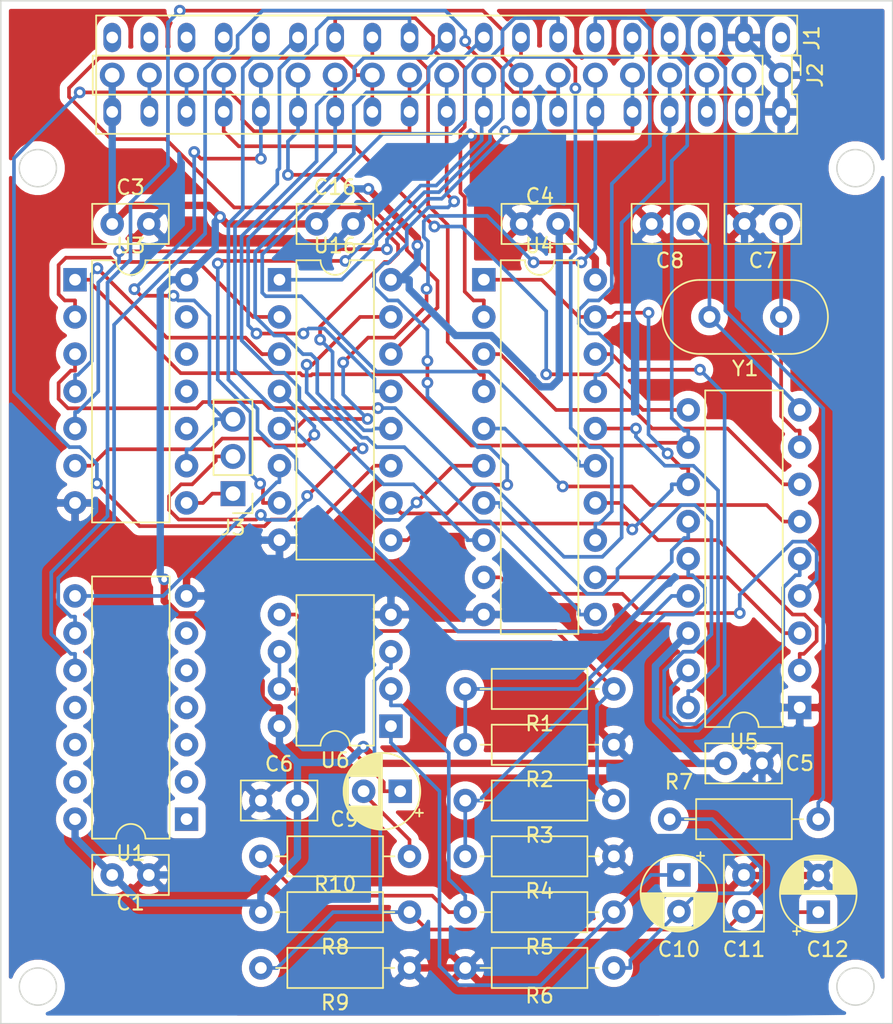
<source format=kicad_pcb>
(kicad_pcb (version 20171130) (host pcbnew "(5.1.8)-1")
  (layers (0 F.Cu signal) (31 B.Cu signal) (34 B.Paste user) (35 F.Paste user) (36 B.SilkS user) (37 F.SilkS user) (38 B.Mask user) (39 F.Mask user) (44 Edge.Cuts user))
  (net 0 "")
  (net 1 GND)
  (net 2 +5V)
  (net 3 "Net-(C7-Pad1)")
  (net 4 "Net-(C8-Pad1)")
  (net 5 "Net-(C9-Pad2)")
  (net 6 "Net-(C9-Pad1)")
  (net 7 "Net-(C10-Pad2)")
  (net 8 "Net-(C10-Pad1)")
  (net 9 "Net-(C11-Pad2)")
  (net 10 "Net-(J1-Pad18a)")
  (net 11 "Net-(J1-Pad17a)")
  (net 12 A0)
  (net 13 /A1)
  (net 14 RESET)
  (net 15 /A2)
  (net 16 /D0)
  (net 17 /A3)
  (net 18 /D1)
  (net 19 /A4)
  (net 20 /D2)
  (net 21 /A5)
  (net 22 /D3)
  (net 23 /A6)
  (net 24 /D4)
  (net 25 /A7)
  (net 26 /D5)
  (net 27 /A8)
  (net 28 /D6)
  (net 29 /A10)
  (net 30 /D7)
  (net 31 /E)
  (net 32 RW)
  (net 33 /SON)
  (net 34 "Net-(R1-Pad2)")
  (net 35 "Net-(R1-Pad1)")
  (net 36 "Net-(R3-Pad2)")
  (net 37 "Net-(R10-Pad1)")
  (net 38 "Net-(U16-Pad4)")
  (net 39 "Net-(U16-Pad3)")
  (net 40 "Net-(U16-Pad2)")
  (net 41 "Net-(U16-Pad9)")
  (net 42 "Net-(U4-Pad9)")
  (net 43 "Net-(U4-Pad18)")
  (net 44 "Net-(U4-Pad7)")
  (net 45 "Net-(U4-Pad16)")
  (net 46 "Net-(U4-Pad5)")
  (net 47 "Net-(U4-Pad14)")
  (net 48 "Net-(U4-Pad3)")
  (net 49 "Net-(U4-Pad12)")
  (net 50 "Net-(U1-Pad8)")
  (net 51 "Net-(J3-Pad2)")
  (net 52 "Net-(J3-Pad1)")
  (net 53 /A9)
  (net 54 /A11)
  (net 55 /\AXXX)
  (net 56 /\A7XX)
  (net 57 /\CLRG)
  (net 58 "Net-(J1-Pad19b)")
  (net 59 "Net-(J1-Pad18b)")
  (net 60 "Net-(J1-Pad17b)")
  (net 61 "Net-(J1-Pad16b)")
  (net 62 "Net-(J1-Pad15b)")
  (net 63 "Net-(J1-Pad1b)")
  (module Capacitor_THT:CP_Radial_D5.0mm_P2.50mm (layer F.Cu) (at 94.615 104.775 90)
    (fp_text reference C12 (at -2.54 0.635 180) (layer F.SilkS))
    (fp_text value 1uF)
    (pad 2 thru_hole circle (at 2.5 0 90) (size 1.6 1.6) (drill 0.8) (layers *.Cu *.Mask) (net 1 GND))
    (pad 1 thru_hole rect (at 0 0 90) (size 1.6 1.6) (drill 0.8) (layers *.Cu *.Mask) (net 9 "Net-(C11-Pad2)"))
  )
  (module Capacitor_THT:CP_Radial_D5.0mm_P2.50mm (layer F.Cu) (at 85.09 102.235 270)
    (fp_text reference C10 (at 5.08 0 180) (layer F.SilkS))
    (fp_text value 10uF)
    (pad 2 thru_hole circle (at 2.5 0 270) (size 1.6 1.6) (drill 0.8) (layers *.Cu *.Mask) (net 7 "Net-(C10-Pad2)"))
    (pad 1 thru_hole rect (at 0 0 270) (size 1.6 1.6) (drill 0.8) (layers *.Cu *.Mask) (net 8 "Net-(C10-Pad1)"))
  )
  (module Capacitor_THT:CP_Radial_D5.0mm_P2.50mm (layer F.Cu) (at 66.04 96.52 180)
    (fp_text reference C9 (at 3.81 -1.905) (layer F.SilkS))
    (fp_text value 1uF)
    (pad 2 thru_hole circle (at 2.5 0 180) (size 1.6 1.6) (drill 0.8) (layers *.Cu *.Mask) (net 5 "Net-(C9-Pad2)"))
    (pad 1 thru_hole rect (at 0 0 180) (size 1.6 1.6) (drill 0.8) (layers *.Cu *.Mask) (net 6 "Net-(C9-Pad1)"))
  )
  (module Connector_PinHeader_2.54mm:PinHeader_1x03_P2.54mm_Vertical (layer F.Cu) (at 54.61 76.2 180)
    (fp_text reference J3 (at 0 -2.33) (layer F.SilkS))
    (fp_text value Conn_01x03_Male)
    (pad 3 thru_hole oval (at 0 5.08 180) (size 1.7 1.7) (drill 1) (layers *.Cu *.Mask) (net 13 /A1))
    (pad 2 thru_hole oval (at 0 2.54 180) (size 1.7 1.7) (drill 1) (layers *.Cu *.Mask) (net 51 "Net-(J3-Pad2)"))
    (pad 1 thru_hole rect (at 0 0 180) (size 1.7 1.7) (drill 1) (layers *.Cu *.Mask) (net 52 "Net-(J3-Pad1)"))
  )
  (module Package_DIP:DIP-16_W7.62mm (layer F.Cu) (at 57.785 61.595)
    (fp_text reference U16 (at 3.81 -2.33) (layer F.SilkS))
    (fp_text value 74LS133)
    (pad 16 thru_hole oval (at 7.62 0) (size 1.6 1.6) (drill 0.8) (layers *.Cu *.Mask) (net 2 +5V))
    (pad 8 thru_hole oval (at 0 17.78) (size 1.6 1.6) (drill 0.8) (layers *.Cu *.Mask) (net 1 GND))
    (pad 15 thru_hole oval (at 7.62 2.54) (size 1.6 1.6) (drill 0.8) (layers *.Cu *.Mask) (net 51 "Net-(J3-Pad2)"))
    (pad 7 thru_hole oval (at 0 15.24) (size 1.6 1.6) (drill 0.8) (layers *.Cu *.Mask) (net 25 /A7))
    (pad 14 thru_hole oval (at 7.62 5.08) (size 1.6 1.6) (drill 0.8) (layers *.Cu *.Mask) (net 15 /A2))
    (pad 6 thru_hole oval (at 0 12.7) (size 1.6 1.6) (drill 0.8) (layers *.Cu *.Mask) (net 50 "Net-(U1-Pad8)"))
    (pad 13 thru_hole oval (at 7.62 7.62) (size 1.6 1.6) (drill 0.8) (layers *.Cu *.Mask) (net 17 /A3))
    (pad 5 thru_hole oval (at 0 10.16) (size 1.6 1.6) (drill 0.8) (layers *.Cu *.Mask) (net 29 /A10))
    (pad 12 thru_hole oval (at 7.62 10.16) (size 1.6 1.6) (drill 0.8) (layers *.Cu *.Mask) (net 19 /A4))
    (pad 4 thru_hole oval (at 0 7.62) (size 1.6 1.6) (drill 0.8) (layers *.Cu *.Mask) (net 38 "Net-(U16-Pad4)"))
    (pad 11 thru_hole oval (at 7.62 12.7) (size 1.6 1.6) (drill 0.8) (layers *.Cu *.Mask) (net 21 /A5))
    (pad 3 thru_hole oval (at 0 5.08) (size 1.6 1.6) (drill 0.8) (layers *.Cu *.Mask) (net 39 "Net-(U16-Pad3)"))
    (pad 10 thru_hole oval (at 7.62 15.24) (size 1.6 1.6) (drill 0.8) (layers *.Cu *.Mask) (net 23 /A6))
    (pad 2 thru_hole oval (at 0 2.54) (size 1.6 1.6) (drill 0.8) (layers *.Cu *.Mask) (net 40 "Net-(U16-Pad2)"))
    (pad 9 thru_hole oval (at 7.62 17.78) (size 1.6 1.6) (drill 0.8) (layers *.Cu *.Mask) (net 41 "Net-(U16-Pad9)"))
    (pad 1 thru_hole rect (at 0 0) (size 1.6 1.6) (drill 0.8) (layers *.Cu *.Mask) (net 31 /E))
  )
  (module Connector_PinHeader_2.54mm:PinHeader_1x19_P2.54mm_Vertical (layer F.Cu) (at 92.075 47.625 270)
    (fp_text reference J2 (at 0 -2.33 90) (layer F.SilkS))
    (fp_text value Conn_01x19)
    (pad 19 thru_hole oval (at 0 45.72 270) (size 1.7 1.7) (drill 1) (layers *.Cu *.Mask) (net 2 +5V))
    (pad 18 thru_hole oval (at 0 43.18 270) (size 1.7 1.7) (drill 1) (layers *.Cu *.Mask) (net 10 "Net-(J1-Pad18a)"))
    (pad 17 thru_hole oval (at 0 40.64 270) (size 1.7 1.7) (drill 1) (layers *.Cu *.Mask) (net 11 "Net-(J1-Pad17a)"))
    (pad 16 thru_hole oval (at 0 38.1 270) (size 1.7 1.7) (drill 1) (layers *.Cu *.Mask) (net 12 A0))
    (pad 15 thru_hole oval (at 0 35.56 270) (size 1.7 1.7) (drill 1) (layers *.Cu *.Mask) (net 13 /A1))
    (pad 14 thru_hole oval (at 0 33.02 270) (size 1.7 1.7) (drill 1) (layers *.Cu *.Mask) (net 15 /A2))
    (pad 13 thru_hole oval (at 0 30.48 270) (size 1.7 1.7) (drill 1) (layers *.Cu *.Mask) (net 17 /A3))
    (pad 12 thru_hole oval (at 0 27.94 270) (size 1.7 1.7) (drill 1) (layers *.Cu *.Mask) (net 19 /A4))
    (pad 11 thru_hole oval (at 0 25.4 270) (size 1.7 1.7) (drill 1) (layers *.Cu *.Mask) (net 21 /A5))
    (pad 10 thru_hole oval (at 0 22.86 270) (size 1.7 1.7) (drill 1) (layers *.Cu *.Mask) (net 23 /A6))
    (pad 9 thru_hole oval (at 0 20.32 270) (size 1.7 1.7) (drill 1) (layers *.Cu *.Mask) (net 25 /A7))
    (pad 8 thru_hole oval (at 0 17.78 270) (size 1.7 1.7) (drill 1) (layers *.Cu *.Mask) (net 27 /A8))
    (pad 7 thru_hole oval (at 0 15.24 270) (size 1.7 1.7) (drill 1) (layers *.Cu *.Mask) (net 53 /A9))
    (pad 6 thru_hole oval (at 0 12.7 270) (size 1.7 1.7) (drill 1) (layers *.Cu *.Mask) (net 29 /A10))
    (pad 5 thru_hole oval (at 0 10.16 270) (size 1.7 1.7) (drill 1) (layers *.Cu *.Mask) (net 54 /A11))
    (pad 4 thru_hole oval (at 0 7.62 270) (size 1.7 1.7) (drill 1) (layers *.Cu *.Mask) (net 55 /\AXXX))
    (pad 3 thru_hole oval (at 0 5.08 270) (size 1.7 1.7) (drill 1) (layers *.Cu *.Mask) (net 56 /\A7XX))
    (pad 2 thru_hole oval (at 0 2.54 270) (size 1.7 1.7) (drill 1) (layers *.Cu *.Mask) (net 57 /\CLRG))
    (pad 1 thru_hole oval (at 0 0 270) (size 1.7 1.7) (drill 1) (layers *.Cu *.Mask) (net 1 GND))
  )
  (module Capacitor_THT:C_Disc_D5.0mm_W2.5mm_P2.50mm (layer F.Cu) (at 46.355 57.785)
    (fp_text reference C3 (at 1.25 -2.5) (layer F.SilkS))
    (fp_text value 100nF)
    (pad 2 thru_hole circle (at 2.5 0) (size 1.6 1.6) (drill 0.8) (layers *.Cu *.Mask) (net 1 GND))
    (pad 1 thru_hole circle (at 0 0) (size 1.6 1.6) (drill 0.8) (layers *.Cu *.Mask) (net 2 +5V))
  )
  (module Capacitor_THT:C_Disc_D5.0mm_W2.5mm_P2.50mm (layer F.Cu) (at 46.355 102.235)
    (fp_text reference C1 (at 1.25 1.905) (layer F.SilkS))
    (fp_text value 100nF)
    (pad 2 thru_hole circle (at 2.5 0) (size 1.6 1.6) (drill 0.8) (layers *.Cu *.Mask) (net 1 GND))
    (pad 1 thru_hole circle (at 0 0) (size 1.6 1.6) (drill 0.8) (layers *.Cu *.Mask) (net 2 +5V))
  )
  (module Crystal:Crystal_HC18-U_Vertical (layer F.Cu) (at 92.075 64.135 180)
    (fp_text reference Y1 (at 2.45 -3.525) (layer F.SilkS))
    (fp_text value "3.576 MHz")
    (pad 2 thru_hole circle (at 4.9 0 180) (size 1.5 1.5) (drill 0.8) (layers *.Cu *.Mask) (net 4 "Net-(C8-Pad1)"))
    (pad 1 thru_hole circle (at 0 0 180) (size 1.5 1.5) (drill 0.8) (layers *.Cu *.Mask) (net 3 "Net-(C7-Pad1)"))
  )
  (module Package_DIP:DIP-8_W7.62mm (layer F.Cu) (at 65.405 92.075 180)
    (fp_text reference U6 (at 3.81 -2.33) (layer F.SilkS))
    (fp_text value TL072)
    (pad 8 thru_hole oval (at 7.62 0 180) (size 1.6 1.6) (drill 0.8) (layers *.Cu *.Mask) (net 2 +5V))
    (pad 4 thru_hole oval (at 0 7.62 180) (size 1.6 1.6) (drill 0.8) (layers *.Cu *.Mask) (net 1 GND))
    (pad 7 thru_hole oval (at 7.62 2.54 180) (size 1.6 1.6) (drill 0.8) (layers *.Cu *.Mask) (net 6 "Net-(C9-Pad1)"))
    (pad 3 thru_hole oval (at 0 5.08 180) (size 1.6 1.6) (drill 0.8) (layers *.Cu *.Mask) (net 9 "Net-(C11-Pad2)"))
    (pad 6 thru_hole oval (at 7.62 5.08 180) (size 1.6 1.6) (drill 0.8) (layers *.Cu *.Mask) (net 6 "Net-(C9-Pad1)"))
    (pad 2 thru_hole oval (at 0 2.54 180) (size 1.6 1.6) (drill 0.8) (layers *.Cu *.Mask) (net 37 "Net-(R10-Pad1)"))
    (pad 5 thru_hole oval (at 7.62 7.62 180) (size 1.6 1.6) (drill 0.8) (layers *.Cu *.Mask) (net 35 "Net-(R1-Pad1)"))
    (pad 1 thru_hole rect (at 0 0 180) (size 1.6 1.6) (drill 0.8) (layers *.Cu *.Mask) (net 8 "Net-(C10-Pad1)"))
  )
  (module Package_DIP:DIP-18_W7.62mm (layer F.Cu) (at 93.345 90.805 180)
    (fp_text reference U5 (at 3.81 -2.33) (layer F.SilkS))
    (fp_text value YM2413)
    (pad 18 thru_hole oval (at 7.62 0 180) (size 1.6 1.6) (drill 0.8) (layers *.Cu *.Mask) (net 45 "Net-(U4-Pad16)"))
    (pad 9 thru_hole oval (at 0 20.32 180) (size 1.6 1.6) (drill 0.8) (layers *.Cu *.Mask) (net 4 "Net-(C8-Pad1)"))
    (pad 17 thru_hole oval (at 7.62 2.54 180) (size 1.6 1.6) (drill 0.8) (layers *.Cu *.Mask) (net 43 "Net-(U4-Pad18)"))
    (pad 8 thru_hole oval (at 0 17.78 180) (size 1.6 1.6) (drill 0.8) (layers *.Cu *.Mask) (net 3 "Net-(C7-Pad1)"))
    (pad 16 thru_hole oval (at 7.62 5.08 180) (size 1.6 1.6) (drill 0.8) (layers *.Cu *.Mask) (net 2 +5V))
    (pad 7 thru_hole oval (at 0 15.24 180) (size 1.6 1.6) (drill 0.8) (layers *.Cu *.Mask) (net 48 "Net-(U4-Pad3)"))
    (pad 15 thru_hole oval (at 7.62 7.62 180) (size 1.6 1.6) (drill 0.8) (layers *.Cu *.Mask) (net 34 "Net-(R1-Pad2)"))
    (pad 6 thru_hole oval (at 0 12.7 180) (size 1.6 1.6) (drill 0.8) (layers *.Cu *.Mask) (net 46 "Net-(U4-Pad5)"))
    (pad 14 thru_hole oval (at 7.62 10.16 180) (size 1.6 1.6) (drill 0.8) (layers *.Cu *.Mask) (net 36 "Net-(R3-Pad2)"))
    (pad 5 thru_hole oval (at 0 10.16 180) (size 1.6 1.6) (drill 0.8) (layers *.Cu *.Mask) (net 44 "Net-(U4-Pad7)"))
    (pad 13 thru_hole oval (at 7.62 12.7 180) (size 1.6 1.6) (drill 0.8) (layers *.Cu *.Mask) (net 14 RESET))
    (pad 4 thru_hole oval (at 0 7.62 180) (size 1.6 1.6) (drill 0.8) (layers *.Cu *.Mask) (net 42 "Net-(U4-Pad9)"))
    (pad 12 thru_hole oval (at 7.62 15.24 180) (size 1.6 1.6) (drill 0.8) (layers *.Cu *.Mask) (net 41 "Net-(U16-Pad9)"))
    (pad 3 thru_hole oval (at 0 5.08 180) (size 1.6 1.6) (drill 0.8) (layers *.Cu *.Mask) (net 49 "Net-(U4-Pad12)"))
    (pad 11 thru_hole oval (at 7.62 17.78 180) (size 1.6 1.6) (drill 0.8) (layers *.Cu *.Mask) (net 32 RW))
    (pad 2 thru_hole oval (at 0 2.54 180) (size 1.6 1.6) (drill 0.8) (layers *.Cu *.Mask) (net 47 "Net-(U4-Pad14)"))
    (pad 10 thru_hole oval (at 7.62 20.32 180) (size 1.6 1.6) (drill 0.8) (layers *.Cu *.Mask) (net 12 A0))
    (pad 1 thru_hole rect (at 0 0 180) (size 1.6 1.6) (drill 0.8) (layers *.Cu *.Mask) (net 1 GND))
  )
  (module Package_DIP:DIP-20_W7.62mm (layer F.Cu) (at 71.755 61.595)
    (fp_text reference U4 (at 3.81 -2.33) (layer F.SilkS))
    (fp_text value 74LS244)
    (pad 20 thru_hole oval (at 7.62 0) (size 1.6 1.6) (drill 0.8) (layers *.Cu *.Mask) (net 2 +5V))
    (pad 10 thru_hole oval (at 0 22.86) (size 1.6 1.6) (drill 0.8) (layers *.Cu *.Mask) (net 1 GND))
    (pad 19 thru_hole oval (at 7.62 2.54) (size 1.6 1.6) (drill 0.8) (layers *.Cu *.Mask) (net 41 "Net-(U16-Pad9)"))
    (pad 9 thru_hole oval (at 0 20.32) (size 1.6 1.6) (drill 0.8) (layers *.Cu *.Mask) (net 42 "Net-(U4-Pad9)"))
    (pad 18 thru_hole oval (at 7.62 5.08) (size 1.6 1.6) (drill 0.8) (layers *.Cu *.Mask) (net 43 "Net-(U4-Pad18)"))
    (pad 8 thru_hole oval (at 0 17.78) (size 1.6 1.6) (drill 0.8) (layers *.Cu *.Mask) (net 22 /D3))
    (pad 17 thru_hole oval (at 7.62 7.62) (size 1.6 1.6) (drill 0.8) (layers *.Cu *.Mask) (net 30 /D7))
    (pad 7 thru_hole oval (at 0 15.24) (size 1.6 1.6) (drill 0.8) (layers *.Cu *.Mask) (net 44 "Net-(U4-Pad7)"))
    (pad 16 thru_hole oval (at 7.62 10.16) (size 1.6 1.6) (drill 0.8) (layers *.Cu *.Mask) (net 45 "Net-(U4-Pad16)"))
    (pad 6 thru_hole oval (at 0 12.7) (size 1.6 1.6) (drill 0.8) (layers *.Cu *.Mask) (net 20 /D2))
    (pad 15 thru_hole oval (at 7.62 12.7) (size 1.6 1.6) (drill 0.8) (layers *.Cu *.Mask) (net 28 /D6))
    (pad 5 thru_hole oval (at 0 10.16) (size 1.6 1.6) (drill 0.8) (layers *.Cu *.Mask) (net 46 "Net-(U4-Pad5)"))
    (pad 14 thru_hole oval (at 7.62 15.24) (size 1.6 1.6) (drill 0.8) (layers *.Cu *.Mask) (net 47 "Net-(U4-Pad14)"))
    (pad 4 thru_hole oval (at 0 7.62) (size 1.6 1.6) (drill 0.8) (layers *.Cu *.Mask) (net 18 /D1))
    (pad 13 thru_hole oval (at 7.62 17.78) (size 1.6 1.6) (drill 0.8) (layers *.Cu *.Mask) (net 26 /D5))
    (pad 3 thru_hole oval (at 0 5.08) (size 1.6 1.6) (drill 0.8) (layers *.Cu *.Mask) (net 48 "Net-(U4-Pad3)"))
    (pad 12 thru_hole oval (at 7.62 20.32) (size 1.6 1.6) (drill 0.8) (layers *.Cu *.Mask) (net 49 "Net-(U4-Pad12)"))
    (pad 2 thru_hole oval (at 0 2.54) (size 1.6 1.6) (drill 0.8) (layers *.Cu *.Mask) (net 16 /D0))
    (pad 11 thru_hole oval (at 7.62 22.86) (size 1.6 1.6) (drill 0.8) (layers *.Cu *.Mask) (net 24 /D4))
    (pad 1 thru_hole rect (at 0 0) (size 1.6 1.6) (drill 0.8) (layers *.Cu *.Mask) (net 41 "Net-(U16-Pad9)"))
  )
  (module Package_DIP:DIP-14_W7.62mm (layer F.Cu) (at 43.815 61.595)
    (fp_text reference U3 (at 3.81 -2.33) (layer F.SilkS))
    (fp_text value 74LS04)
    (pad 14 thru_hole oval (at 7.62 0) (size 1.6 1.6) (drill 0.8) (layers *.Cu *.Mask) (net 2 +5V))
    (pad 7 thru_hole oval (at 0 15.24) (size 1.6 1.6) (drill 0.8) (layers *.Cu *.Mask) (net 1 GND))
    (pad 13 thru_hole oval (at 7.62 2.54) (size 1.6 1.6) (drill 0.8) (layers *.Cu *.Mask))
    (pad 6 thru_hole oval (at 0 12.7) (size 1.6 1.6) (drill 0.8) (layers *.Cu *.Mask) (net 38 "Net-(U16-Pad4)"))
    (pad 12 thru_hole oval (at 7.62 5.08) (size 1.6 1.6) (drill 0.8) (layers *.Cu *.Mask))
    (pad 5 thru_hole oval (at 0 10.16) (size 1.6 1.6) (drill 0.8) (layers *.Cu *.Mask) (net 54 /A11))
    (pad 11 thru_hole oval (at 7.62 7.62) (size 1.6 1.6) (drill 0.8) (layers *.Cu *.Mask))
    (pad 4 thru_hole oval (at 0 7.62) (size 1.6 1.6) (drill 0.8) (layers *.Cu *.Mask) (net 39 "Net-(U16-Pad3)"))
    (pad 10 thru_hole oval (at 7.62 10.16) (size 1.6 1.6) (drill 0.8) (layers *.Cu *.Mask))
    (pad 3 thru_hole oval (at 0 5.08) (size 1.6 1.6) (drill 0.8) (layers *.Cu *.Mask) (net 55 /\AXXX))
    (pad 9 thru_hole oval (at 7.62 12.7) (size 1.6 1.6) (drill 0.8) (layers *.Cu *.Mask) (net 13 /A1))
    (pad 2 thru_hole oval (at 0 2.54) (size 1.6 1.6) (drill 0.8) (layers *.Cu *.Mask) (net 40 "Net-(U16-Pad2)"))
    (pad 8 thru_hole oval (at 7.62 15.24) (size 1.6 1.6) (drill 0.8) (layers *.Cu *.Mask) (net 52 "Net-(J3-Pad1)"))
    (pad 1 thru_hole rect (at 0 0) (size 1.6 1.6) (drill 0.8) (layers *.Cu *.Mask) (net 32 RW))
  )
  (module Package_DIP:DIP-14_W7.62mm (layer F.Cu) (at 51.435 98.425 180)
    (fp_text reference U1 (at 3.81 -2.33) (layer F.SilkS))
    (fp_text value 74LS08)
    (pad 14 thru_hole oval (at 7.62 0 180) (size 1.6 1.6) (drill 0.8) (layers *.Cu *.Mask) (net 2 +5V))
    (pad 7 thru_hole oval (at 0 15.24 180) (size 1.6 1.6) (drill 0.8) (layers *.Cu *.Mask) (net 1 GND))
    (pad 13 thru_hole oval (at 7.62 2.54 180) (size 1.6 1.6) (drill 0.8) (layers *.Cu *.Mask))
    (pad 6 thru_hole oval (at 0 12.7 180) (size 1.6 1.6) (drill 0.8) (layers *.Cu *.Mask))
    (pad 12 thru_hole oval (at 7.62 5.08 180) (size 1.6 1.6) (drill 0.8) (layers *.Cu *.Mask))
    (pad 5 thru_hole oval (at 0 10.16 180) (size 1.6 1.6) (drill 0.8) (layers *.Cu *.Mask))
    (pad 11 thru_hole oval (at 7.62 7.62 180) (size 1.6 1.6) (drill 0.8) (layers *.Cu *.Mask))
    (pad 4 thru_hole oval (at 0 7.62 180) (size 1.6 1.6) (drill 0.8) (layers *.Cu *.Mask))
    (pad 10 thru_hole oval (at 7.62 10.16 180) (size 1.6 1.6) (drill 0.8) (layers *.Cu *.Mask) (net 27 /A8))
    (pad 3 thru_hole oval (at 0 5.08 180) (size 1.6 1.6) (drill 0.8) (layers *.Cu *.Mask))
    (pad 9 thru_hole oval (at 7.62 12.7 180) (size 1.6 1.6) (drill 0.8) (layers *.Cu *.Mask) (net 53 /A9))
    (pad 2 thru_hole oval (at 0 2.54 180) (size 1.6 1.6) (drill 0.8) (layers *.Cu *.Mask))
    (pad 8 thru_hole oval (at 7.62 15.24 180) (size 1.6 1.6) (drill 0.8) (layers *.Cu *.Mask) (net 50 "Net-(U1-Pad8)"))
    (pad 1 thru_hole rect (at 0 0 180) (size 1.6 1.6) (drill 0.8) (layers *.Cu *.Mask))
  )
  (module Resistor_THT:R_Axial_DIN0207_L6.3mm_D2.5mm_P10.16mm_Horizontal (layer F.Cu) (at 56.515 100.965)
    (fp_text reference R10 (at 5.08 1.905) (layer F.SilkS))
    (fp_text value 10K)
    (pad 2 thru_hole oval (at 10.16 0) (size 1.6 1.6) (drill 0.8) (layers *.Cu *.Mask) (net 5 "Net-(C9-Pad2)"))
    (pad 1 thru_hole circle (at 0 0) (size 1.6 1.6) (drill 0.8) (layers *.Cu *.Mask) (net 37 "Net-(R10-Pad1)"))
  )
  (module Resistor_THT:R_Axial_DIN0207_L6.3mm_D2.5mm_P10.16mm_Horizontal (layer F.Cu) (at 66.675 108.585 180)
    (fp_text reference R9 (at 5.08 -2.37) (layer F.SilkS))
    (fp_text value 1000)
    (pad 2 thru_hole oval (at 10.16 0 180) (size 1.6 1.6) (drill 0.8) (layers *.Cu *.Mask) (net 9 "Net-(C11-Pad2)"))
    (pad 1 thru_hole circle (at 0 0 180) (size 1.6 1.6) (drill 0.8) (layers *.Cu *.Mask) (net 1 GND))
  )
  (module Resistor_THT:R_Axial_DIN0207_L6.3mm_D2.5mm_P10.16mm_Horizontal (layer F.Cu) (at 66.675 104.775 180)
    (fp_text reference R8 (at 5.08 -2.37) (layer F.SilkS))
    (fp_text value 1000)
    (pad 2 thru_hole oval (at 10.16 0 180) (size 1.6 1.6) (drill 0.8) (layers *.Cu *.Mask) (net 2 +5V))
    (pad 1 thru_hole circle (at 0 0 180) (size 1.6 1.6) (drill 0.8) (layers *.Cu *.Mask) (net 9 "Net-(C11-Pad2)"))
  )
  (module Resistor_THT:R_Axial_DIN0207_L6.3mm_D2.5mm_P10.16mm_Horizontal (layer F.Cu) (at 84.455 98.425)
    (fp_text reference R7 (at 0.635 -2.54) (layer F.SilkS))
    (fp_text value 1000)
    (pad 2 thru_hole oval (at 10.16 0) (size 1.6 1.6) (drill 0.8) (layers *.Cu *.Mask) (net 33 /SON))
    (pad 1 thru_hole circle (at 0 0) (size 1.6 1.6) (drill 0.8) (layers *.Cu *.Mask) (net 7 "Net-(C10-Pad2)"))
  )
  (module Resistor_THT:R_Axial_DIN0207_L6.3mm_D2.5mm_P10.16mm_Horizontal (layer F.Cu) (at 70.485 108.585)
    (fp_text reference R6 (at 5.08 1.905) (layer F.SilkS))
    (fp_text value 1000)
    (pad 2 thru_hole oval (at 10.16 0) (size 1.6 1.6) (drill 0.8) (layers *.Cu *.Mask) (net 7 "Net-(C10-Pad2)"))
    (pad 1 thru_hole circle (at 0 0) (size 1.6 1.6) (drill 0.8) (layers *.Cu *.Mask) (net 1 GND))
  )
  (module Resistor_THT:R_Axial_DIN0207_L6.3mm_D2.5mm_P10.16mm_Horizontal (layer F.Cu) (at 80.645 104.775 180)
    (fp_text reference R5 (at 5.08 -2.37) (layer F.SilkS))
    (fp_text value 100K)
    (pad 2 thru_hole oval (at 10.16 0 180) (size 1.6 1.6) (drill 0.8) (layers *.Cu *.Mask) (net 37 "Net-(R10-Pad1)"))
    (pad 1 thru_hole circle (at 0 0 180) (size 1.6 1.6) (drill 0.8) (layers *.Cu *.Mask) (net 8 "Net-(C10-Pad1)"))
  )
  (module Resistor_THT:R_Axial_DIN0207_L6.3mm_D2.5mm_P10.16mm_Horizontal (layer F.Cu) (at 80.645 100.965 180)
    (fp_text reference R4 (at 5.08 -2.37) (layer F.SilkS))
    (fp_text value 2200)
    (pad 2 thru_hole oval (at 10.16 0 180) (size 1.6 1.6) (drill 0.8) (layers *.Cu *.Mask) (net 36 "Net-(R3-Pad2)"))
    (pad 1 thru_hole circle (at 0 0 180) (size 1.6 1.6) (drill 0.8) (layers *.Cu *.Mask) (net 1 GND))
  )
  (module Resistor_THT:R_Axial_DIN0207_L6.3mm_D2.5mm_P10.16mm_Horizontal (layer F.Cu) (at 80.645 97.155 180)
    (fp_text reference R3 (at 5.08 -2.37) (layer F.SilkS))
    (fp_text value 4700)
    (pad 2 thru_hole oval (at 10.16 0 180) (size 1.6 1.6) (drill 0.8) (layers *.Cu *.Mask) (net 36 "Net-(R3-Pad2)"))
    (pad 1 thru_hole circle (at 0 0 180) (size 1.6 1.6) (drill 0.8) (layers *.Cu *.Mask) (net 35 "Net-(R1-Pad1)"))
  )
  (module Resistor_THT:R_Axial_DIN0207_L6.3mm_D2.5mm_P10.16mm_Horizontal (layer F.Cu) (at 80.645 93.345 180)
    (fp_text reference R2 (at 5.08 -2.37) (layer F.SilkS))
    (fp_text value 2200)
    (pad 2 thru_hole oval (at 10.16 0 180) (size 1.6 1.6) (drill 0.8) (layers *.Cu *.Mask) (net 34 "Net-(R1-Pad2)"))
    (pad 1 thru_hole circle (at 0 0 180) (size 1.6 1.6) (drill 0.8) (layers *.Cu *.Mask) (net 1 GND))
  )
  (module Resistor_THT:R_Axial_DIN0207_L6.3mm_D2.5mm_P10.16mm_Horizontal (layer F.Cu) (at 80.645 89.535 180)
    (fp_text reference R1 (at 5.08 -2.37) (layer F.SilkS))
    (fp_text value 4700)
    (pad 2 thru_hole oval (at 10.16 0 180) (size 1.6 1.6) (drill 0.8) (layers *.Cu *.Mask) (net 34 "Net-(R1-Pad2)"))
    (pad 1 thru_hole circle (at 0 0 180) (size 1.6 1.6) (drill 0.8) (layers *.Cu *.Mask) (net 35 "Net-(R1-Pad1)"))
  )
  (module Custom:DIP-38_Edge_Connector (layer F.Cu) (at 69.215 47.595 180)
    (fp_text reference J1 (at -24.96 2.51 90) (layer F.SilkS))
    (fp_text value Conn_02x19_Row_Letter_Last)
    (pad 19b thru_hole oval (at 22.86 2.54 180) (size 1.2 2) (drill 0.8) (layers *.Cu *.Mask) (net 58 "Net-(J1-Pad19b)"))
    (pad 19a thru_hole oval (at 22.86 -2.54 180) (size 1.2 2) (drill 0.8) (layers *.Cu *.Mask) (net 2 +5V))
    (pad 18b thru_hole oval (at 20.32 2.54 180) (size 1.2 2) (drill 0.8) (layers *.Cu *.Mask) (net 59 "Net-(J1-Pad18b)"))
    (pad 18a thru_hole oval (at 20.32 -2.54 180) (size 1.2 2) (drill 0.8) (layers *.Cu *.Mask) (net 10 "Net-(J1-Pad18a)"))
    (pad 17b thru_hole oval (at 17.78 2.54 180) (size 1.2 2) (drill 0.8) (layers *.Cu *.Mask) (net 60 "Net-(J1-Pad17b)"))
    (pad 17a thru_hole oval (at 17.78 -2.54 180) (size 1.2 2) (drill 0.8) (layers *.Cu *.Mask) (net 11 "Net-(J1-Pad17a)"))
    (pad 16b thru_hole oval (at 15.24 2.54 180) (size 1.2 2) (drill 0.8) (layers *.Cu *.Mask) (net 61 "Net-(J1-Pad16b)"))
    (pad 16a thru_hole oval (at 15.24 -2.54 180) (size 1.2 2) (drill 0.8) (layers *.Cu *.Mask) (net 12 A0))
    (pad 15b thru_hole oval (at 12.7 2.54 180) (size 1.2 2) (drill 0.8) (layers *.Cu *.Mask) (net 62 "Net-(J1-Pad15b)"))
    (pad 15a thru_hole oval (at 12.7 -2.54 180) (size 1.2 2) (drill 0.8) (layers *.Cu *.Mask) (net 13 /A1))
    (pad 14b thru_hole oval (at 10.16 2.54 180) (size 1.2 2) (drill 0.8) (layers *.Cu *.Mask) (net 14 RESET))
    (pad 14a thru_hole oval (at 10.16 -2.54 180) (size 1.2 2) (drill 0.8) (layers *.Cu *.Mask) (net 15 /A2))
    (pad 13b thru_hole oval (at 7.62 2.54 180) (size 1.2 2) (drill 0.8) (layers *.Cu *.Mask) (net 16 /D0))
    (pad 13a thru_hole oval (at 7.62 -2.54 180) (size 1.2 2) (drill 0.8) (layers *.Cu *.Mask) (net 17 /A3))
    (pad 12b thru_hole oval (at 5.08 2.54 180) (size 1.2 2) (drill 0.8) (layers *.Cu *.Mask) (net 18 /D1))
    (pad 12a thru_hole oval (at 5.08 -2.54 180) (size 1.2 2) (drill 0.8) (layers *.Cu *.Mask) (net 19 /A4))
    (pad 11b thru_hole oval (at 2.54 2.54 180) (size 1.2 2) (drill 0.8) (layers *.Cu *.Mask) (net 20 /D2))
    (pad 11a thru_hole oval (at 2.54 -2.54 180) (size 1.2 2) (drill 0.8) (layers *.Cu *.Mask) (net 21 /A5))
    (pad 10b thru_hole oval (at 0 2.54 180) (size 1.2 2) (drill 0.8) (layers *.Cu *.Mask) (net 22 /D3))
    (pad 10a thru_hole oval (at 0 -2.54 180) (size 1.2 2) (drill 0.8) (layers *.Cu *.Mask) (net 23 /A6))
    (pad 9b thru_hole oval (at -2.54 2.54 180) (size 1.2 2) (drill 0.8) (layers *.Cu *.Mask) (net 24 /D4))
    (pad 9a thru_hole oval (at -2.54 -2.54 180) (size 1.2 2) (drill 0.8) (layers *.Cu *.Mask) (net 25 /A7))
    (pad 8b thru_hole oval (at -5.08 2.54 180) (size 1.2 2) (drill 0.8) (layers *.Cu *.Mask) (net 26 /D5))
    (pad 8a thru_hole oval (at -5.08 -2.54 180) (size 1.2 2) (drill 0.8) (layers *.Cu *.Mask) (net 27 /A8))
    (pad 7b thru_hole oval (at -7.62 2.54 180) (size 1.2 2) (drill 0.8) (layers *.Cu *.Mask) (net 28 /D6))
    (pad 7a thru_hole oval (at -7.62 -2.54 180) (size 1.2 2) (drill 0.8) (layers *.Cu *.Mask) (net 53 /A9))
    (pad 6b thru_hole oval (at -10.16 2.54 180) (size 1.2 2) (drill 0.8) (layers *.Cu *.Mask) (net 30 /D7))
    (pad 6a thru_hole oval (at -10.16 -2.54 180) (size 1.2 2) (drill 0.8) (layers *.Cu *.Mask) (net 29 /A10))
    (pad 5b thru_hole oval (at -12.7 2.54 180) (size 1.2 2) (drill 0.8) (layers *.Cu *.Mask) (net 31 /E))
    (pad 5a thru_hole oval (at -12.7 -2.54 180) (size 1.2 2) (drill 0.8) (layers *.Cu *.Mask) (net 54 /A11))
    (pad 4b thru_hole oval (at -15.24 2.54 180) (size 1.2 2) (drill 0.8) (layers *.Cu *.Mask) (net 32 RW))
    (pad 4a thru_hole oval (at -15.24 -2.54 180) (size 1.2 2) (drill 0.8) (layers *.Cu *.Mask) (net 55 /\AXXX))
    (pad 3b thru_hole oval (at -17.78 2.54 180) (size 1.2 2) (drill 0.8) (layers *.Cu *.Mask) (net 33 /SON))
    (pad 3a thru_hole oval (at -17.78 -2.54 180) (size 1.2 2) (drill 0.8) (layers *.Cu *.Mask) (net 56 /\A7XX))
    (pad 2b thru_hole oval (at -20.32 2.54 180) (size 1.2 2) (drill 0.8) (layers *.Cu *.Mask) (net 1 GND))
    (pad 2a thru_hole oval (at -20.32 -2.54 180) (size 1.2 2) (drill 0.8) (layers *.Cu *.Mask) (net 57 /\CLRG))
    (pad 1b thru_hole oval (at -22.86 2.54 180) (size 1.2 2) (drill 0.8) (layers *.Cu *.Mask) (net 63 "Net-(J1-Pad1b)"))
    (pad 1a thru_hole oval (at -22.86 -2.54 180) (size 1.2 2) (drill 0.8) (layers *.Cu *.Mask) (net 1 GND))
  )
  (module Capacitor_THT:C_Disc_D5.0mm_W2.5mm_P2.50mm (layer F.Cu) (at 60.325 57.785)
    (fp_text reference C16 (at 1.25 -2.5) (layer F.SilkS))
    (fp_text value 100nF)
    (pad 2 thru_hole circle (at 2.5 0) (size 1.6 1.6) (drill 0.8) (layers *.Cu *.Mask) (net 1 GND))
    (pad 1 thru_hole circle (at 0 0) (size 1.6 1.6) (drill 0.8) (layers *.Cu *.Mask) (net 2 +5V))
  )
  (module Capacitor_THT:C_Disc_D5.0mm_W2.5mm_P2.50mm (layer F.Cu) (at 89.535 102.235 270)
    (fp_text reference C11 (at 5.08 0 180) (layer F.SilkS))
    (fp_text value 100nF)
    (pad 2 thru_hole circle (at 2.5 0 270) (size 1.6 1.6) (drill 0.8) (layers *.Cu *.Mask) (net 9 "Net-(C11-Pad2)"))
    (pad 1 thru_hole circle (at 0 0 270) (size 1.6 1.6) (drill 0.8) (layers *.Cu *.Mask) (net 1 GND))
  )
  (module Capacitor_THT:C_Disc_D5.0mm_W2.5mm_P2.50mm (layer F.Cu) (at 85.725 57.785 180)
    (fp_text reference C8 (at 1.25 -2.5) (layer F.SilkS))
    (fp_text value 27pF)
    (pad 2 thru_hole circle (at 2.5 0 180) (size 1.6 1.6) (drill 0.8) (layers *.Cu *.Mask) (net 1 GND))
    (pad 1 thru_hole circle (at 0 0 180) (size 1.6 1.6) (drill 0.8) (layers *.Cu *.Mask) (net 4 "Net-(C8-Pad1)"))
  )
  (module Capacitor_THT:C_Disc_D5.0mm_W2.5mm_P2.50mm (layer F.Cu) (at 92.075 57.785 180)
    (fp_text reference C7 (at 1.25 -2.5) (layer F.SilkS))
    (fp_text value 27pF)
    (pad 2 thru_hole circle (at 2.5 0 180) (size 1.6 1.6) (drill 0.8) (layers *.Cu *.Mask) (net 1 GND))
    (pad 1 thru_hole circle (at 0 0 180) (size 1.6 1.6) (drill 0.8) (layers *.Cu *.Mask) (net 3 "Net-(C7-Pad1)"))
  )
  (module Capacitor_THT:C_Disc_D5.0mm_W2.5mm_P2.50mm (layer F.Cu) (at 56.515 97.155)
    (fp_text reference C6 (at 1.25 -2.5) (layer F.SilkS))
    (fp_text value 100nF)
    (pad 2 thru_hole circle (at 2.5 0) (size 1.6 1.6) (drill 0.8) (layers *.Cu *.Mask) (net 2 +5V))
    (pad 1 thru_hole circle (at 0 0) (size 1.6 1.6) (drill 0.8) (layers *.Cu *.Mask) (net 1 GND))
  )
  (module Capacitor_THT:C_Disc_D5.0mm_W2.5mm_P2.50mm (layer F.Cu) (at 88.265 94.615)
    (fp_text reference C5 (at 5.08 0) (layer F.SilkS))
    (fp_text value 100nF)
    (pad 2 thru_hole circle (at 2.5 0) (size 1.6 1.6) (drill 0.8) (layers *.Cu *.Mask) (net 1 GND))
    (pad 1 thru_hole circle (at 0 0) (size 1.6 1.6) (drill 0.8) (layers *.Cu *.Mask) (net 2 +5V))
  )
  (module Capacitor_THT:C_Disc_D5.0mm_W2.5mm_P2.50mm (layer F.Cu) (at 76.835 57.785 180)
    (fp_text reference C4 (at 1.25 1.905) (layer F.SilkS))
    (fp_text value 100nF)
    (pad 2 thru_hole circle (at 2.5 0 180) (size 1.6 1.6) (drill 0.8) (layers *.Cu *.Mask) (net 1 GND))
    (pad 1 thru_hole circle (at 0 0 180) (size 1.6 1.6) (drill 0.8) (layers *.Cu *.Mask) (net 2 +5V))
  )
  (gr_line (start 39.37 112.395) (end 38.735 112.395) (layer Edge.Cuts) (width 0.1))
  (gr_line (start 99.695 112.395) (end 99.06 112.395) (layer Edge.Cuts) (width 0.1))
  (gr_line (start 99.695 43.18) (end 99.695 42.545) (layer Edge.Cuts) (width 0.1))
  (gr_line (start 39.37 112.395) (end 99.06 112.395) (layer Edge.Cuts) (width 0.1))
  (gr_line (start 99.695 112.395) (end 99.695 43.18) (layer Edge.Cuts) (width 0.1))
  (gr_text "TO E7FC/D-E/F\nMO A7FC/D-E/F" (at 89.535 109.855) (layer F.Cu) (effects (font (size 1 0.8) (thickness 0.2))))
  (gr_text "MOTO YM2413\nREV 1" (at 48.895 109.855) (layer F.Cu) (effects (font (size 1 1) (thickness 0.25))))
  (gr_circle (center 41.275 53.975) (end 42.545 53.975) (layer Edge.Cuts) (width 0.1))
  (gr_circle (center 97.155 53.975) (end 97.155 55.245) (layer Edge.Cuts) (width 0.1))
  (gr_circle (center 97.155 109.855) (end 97.155 111.125) (layer Edge.Cuts) (width 0.1))
  (gr_circle (center 41.275 109.855) (end 41.275 111.125) (layer Edge.Cuts) (width 0.1))
  (gr_line (start 38.735 42.545) (end 69.215 42.545) (layer Edge.Cuts) (width 0.1))
  (gr_line (start 38.735 112.395) (end 38.735 42.545) (layer Edge.Cuts) (width 0.1))
  (gr_line (start 69.215 42.545) (end 99.695 42.545) (layer Edge.Cuts) (width 0.1))
  (segment (start 66.675 108.585) (end 64.77 106.68) (width 0.5) (layer F.Cu) (net 1))
  (segment (start 64.77 106.68) (end 53.3 106.68) (width 0.5) (layer F.Cu) (net 1))
  (segment (start 53.3 106.68) (end 48.855 102.235) (width 0.5) (layer F.Cu) (net 1))
  (segment (start 70.485 108.585) (end 66.675 108.585) (width 0.5) (layer F.Cu) (net 1))
  (segment (start 70.8806 51.7587) (end 68.0509 54.5884) (width 0.5) (layer B.Cu) (net 1))
  (segment (start 68.0509 54.5884) (end 66.0216 54.5884) (width 0.5) (layer B.Cu) (net 1))
  (segment (start 66.0216 54.5884) (end 62.825 57.785) (width 0.5) (layer B.Cu) (net 1))
  (segment (start 94.615 102.275) (end 95.9337 100.9563) (width 0.5) (layer B.Cu) (net 1))
  (segment (start 95.9337 100.9563) (end 95.9337 70.5591) (width 0.5) (layer B.Cu) (net 1))
  (segment (start 95.9337 70.5591) (end 89.575 64.2004) (width 0.5) (layer B.Cu) (net 1))
  (segment (start 89.575 64.2004) (end 89.575 57.785) (width 0.5) (layer B.Cu) (net 1))
  (segment (start 75.6205 56.4995) (end 74.335 57.785) (width 0.5) (layer F.Cu) (net 1))
  (segment (start 83.225 57.785) (end 81.9395 56.4995) (width 0.5) (layer F.Cu) (net 1))
  (segment (start 81.9395 56.4995) (end 75.6205 56.4995) (width 0.5) (layer F.Cu) (net 1))
  (segment (start 75.6205 56.4995) (end 75.6205 56.4986) (width 0.5) (layer F.Cu) (net 1))
  (segment (start 75.6205 56.4986) (end 70.8806 51.7587) (width 0.5) (layer F.Cu) (net 1))
  (segment (start 57.785 79.375) (end 57.785 80.6253) (width 0.5) (layer B.Cu) (net 1))
  (segment (start 54.1501 83.185) (end 54.1501 94.7901) (width 0.5) (layer B.Cu) (net 1))
  (segment (start 54.1501 94.7901) (end 56.515 97.155) (width 0.5) (layer B.Cu) (net 1))
  (segment (start 57.785 80.6253) (end 56.7098 80.6253) (width 0.5) (layer B.Cu) (net 1))
  (segment (start 56.7098 80.6253) (end 54.1501 83.185) (width 0.5) (layer B.Cu) (net 1))
  (segment (start 52.6853 83.185) (end 54.1501 83.185) (width 0.5) (layer B.Cu) (net 1))
  (segment (start 48.855 57.785) (end 50.1517 59.0817) (width 0.5) (layer F.Cu) (net 1))
  (segment (start 50.1517 59.0817) (end 61.5283 59.0817) (width 0.5) (layer F.Cu) (net 1))
  (segment (start 61.5283 59.0817) (end 62.825 57.785) (width 0.5) (layer F.Cu) (net 1))
  (segment (start 94.615 102.275) (end 89.575 102.275) (width 0.5) (layer F.Cu) (net 1))
  (segment (start 89.575 102.275) (end 89.535 102.235) (width 0.5) (layer F.Cu) (net 1))
  (segment (start 89.575 57.785) (end 88.26 59.1) (width 0.5) (layer F.Cu) (net 1))
  (segment (start 88.26 59.1) (end 84.54 59.1) (width 0.5) (layer F.Cu) (net 1))
  (segment (start 84.54 59.1) (end 83.225 57.785) (width 0.5) (layer F.Cu) (net 1))
  (segment (start 92.075 50.135) (end 92.075 55.285) (width 0.5) (layer B.Cu) (net 1))
  (segment (start 92.075 55.285) (end 89.575 57.785) (width 0.5) (layer B.Cu) (net 1))
  (segment (start 92.075 47.625) (end 92.075 50.135) (width 0.5) (layer B.Cu) (net 1))
  (segment (start 48.855 102.235) (end 51.435 102.235) (width 0.5) (layer B.Cu) (net 1))
  (segment (start 51.435 102.235) (end 56.515 97.155) (width 0.5) (layer B.Cu) (net 1))
  (segment (start 94.615 102.275) (end 90.765 98.425) (width 0.5) (layer B.Cu) (net 1))
  (segment (start 90.765 98.425) (end 90.765 94.615) (width 0.5) (layer B.Cu) (net 1))
  (segment (start 65.405 84.455) (end 64.1547 84.455) (width 0.5) (layer B.Cu) (net 1))
  (segment (start 57.785 79.375) (end 59.0747 79.375) (width 0.5) (layer B.Cu) (net 1))
  (segment (start 59.0747 79.375) (end 64.1547 84.455) (width 0.5) (layer B.Cu) (net 1))
  (segment (start 93.345 90.805) (end 93.345 92.0553) (width 0.5) (layer B.Cu) (net 1))
  (segment (start 90.765 94.615) (end 93.3247 92.0553) (width 0.5) (layer B.Cu) (net 1))
  (segment (start 93.3247 92.0553) (end 93.345 92.0553) (width 0.5) (layer B.Cu) (net 1))
  (segment (start 65.405 84.455) (end 71.755 84.455) (width 0.5) (layer F.Cu) (net 1))
  (segment (start 43.815 76.835) (end 45.0653 76.835) (width 0.5) (layer F.Cu) (net 1))
  (segment (start 57.785 79.375) (end 47.6053 79.375) (width 0.5) (layer F.Cu) (net 1))
  (segment (start 47.6053 79.375) (end 45.0653 76.835) (width 0.5) (layer F.Cu) (net 1))
  (segment (start 51.435 83.185) (end 52.6853 83.185) (width 0.5) (layer B.Cu) (net 1))
  (segment (start 80.645 100.965) (end 73.025 108.585) (width 0.5) (layer B.Cu) (net 1))
  (segment (start 73.025 108.585) (end 70.485 108.585) (width 0.5) (layer B.Cu) (net 1))
  (segment (start 81.9301 99.6799) (end 80.645 100.965) (width 0.5) (layer B.Cu) (net 1))
  (segment (start 81.9301 99.6799) (end 81.9301 94.6301) (width 0.5) (layer B.Cu) (net 1))
  (segment (start 81.9301 94.6301) (end 80.645 93.345) (width 0.5) (layer B.Cu) (net 1))
  (segment (start 89.535 102.235) (end 86.9799 99.6799) (width 0.5) (layer B.Cu) (net 1))
  (segment (start 86.9799 99.6799) (end 81.9301 99.6799) (width 0.5) (layer B.Cu) (net 1))
  (segment (start 92.075 47.625) (end 89.535 45.085) (width 0.5) (layer B.Cu) (net 1))
  (segment (start 89.535 45.085) (end 89.535 45.055) (width 0.5) (layer B.Cu) (net 1))
  (via (at 70.8806 51.7587) (size 0.8) (layers F.Cu B.Cu) (net 1))
  (segment (start 57.785 92.075) (end 57.785 90.8247) (width 0.5) (layer F.Cu) (net 2))
  (segment (start 49.9105 82.0552) (end 49.638 81.7827) (width 0.5) (layer B.Cu) (net 2))
  (segment (start 49.638 81.7827) (end 49.638 62.3282) (width 0.5) (layer B.Cu) (net 2))
  (segment (start 49.638 62.3282) (end 50.3712 61.595) (width 0.5) (layer B.Cu) (net 2))
  (segment (start 50.3712 61.595) (end 51.435 61.595) (width 0.5) (layer B.Cu) (net 2))
  (segment (start 57.785 90.8247) (end 57.2379 90.8247) (width 0.5) (layer F.Cu) (net 2))
  (segment (start 57.2379 90.8247) (end 56.5347 90.1215) (width 0.5) (layer F.Cu) (net 2))
  (segment (start 56.5347 90.1215) (end 56.5347 89.0245) (width 0.5) (layer F.Cu) (net 2))
  (segment (start 56.5347 89.0245) (end 51.9848 84.4746) (width 0.5) (layer F.Cu) (net 2))
  (segment (start 51.9848 84.4746) (end 50.8597 84.4746) (width 0.5) (layer F.Cu) (net 2))
  (segment (start 50.8597 84.4746) (end 49.9105 83.5254) (width 0.5) (layer F.Cu) (net 2))
  (segment (start 49.9105 83.5254) (end 49.9105 82.0552) (width 0.5) (layer F.Cu) (net 2))
  (segment (start 67.2128 59.2712) (end 67.2128 58.7385) (width 0.5) (layer F.Cu) (net 2))
  (segment (start 67.2128 58.7385) (end 63.8659 55.3916) (width 0.5) (layer F.Cu) (net 2))
  (segment (start 60.325 57.785) (end 62.7184 55.3916) (width 0.5) (layer B.Cu) (net 2))
  (segment (start 62.7184 55.3916) (end 63.8659 55.3916) (width 0.5) (layer B.Cu) (net 2))
  (segment (start 66.0302 61.595) (end 67.2128 60.4124) (width 0.5) (layer B.Cu) (net 2))
  (segment (start 67.2128 60.4124) (end 67.2128 59.2712) (width 0.5) (layer B.Cu) (net 2))
  (segment (start 66.0302 61.595) (end 66.6553 61.595) (width 0.5) (layer B.Cu) (net 2))
  (segment (start 65.405 61.595) (end 66.0302 61.595) (width 0.5) (layer B.Cu) (net 2))
  (segment (start 46.355 57.785) (end 47.6227 56.5173) (width 0.5) (layer F.Cu) (net 2))
  (segment (start 47.6227 56.5173) (end 52.931 56.5173) (width 0.5) (layer F.Cu) (net 2))
  (segment (start 52.931 56.5173) (end 53.7221 57.3084) (width 0.5) (layer F.Cu) (net 2))
  (segment (start 60.325 57.785) (end 54.1987 57.785) (width 0.5) (layer F.Cu) (net 2))
  (segment (start 54.1987 57.785) (end 53.7221 57.3084) (width 0.5) (layer F.Cu) (net 2))
  (segment (start 53.7221 57.3084) (end 53.3967 57.6338) (width 0.5) (layer B.Cu) (net 2))
  (segment (start 53.3967 57.6338) (end 53.3967 59.4539) (width 0.5) (layer B.Cu) (net 2))
  (segment (start 53.3967 59.4539) (end 53.3966 59.4539) (width 0.5) (layer B.Cu) (net 2))
  (segment (start 53.3966 59.4539) (end 51.435 61.4155) (width 0.5) (layer B.Cu) (net 2))
  (segment (start 51.435 61.4155) (end 51.435 61.595) (width 0.5) (layer B.Cu) (net 2))
  (segment (start 79.375 61.595) (end 79.375 60.1609) (width 0.5) (layer F.Cu) (net 2))
  (segment (start 79.375 60.1609) (end 76.9991 57.785) (width 0.5) (layer F.Cu) (net 2))
  (segment (start 76.9991 57.785) (end 76.835 57.785) (width 0.5) (layer F.Cu) (net 2))
  (segment (start 66.6553 61.595) (end 66.6553 62.2352) (width 0.5) (layer B.Cu) (net 2))
  (segment (start 66.6553 62.2352) (end 69.8251 65.405) (width 0.5) (layer B.Cu) (net 2))
  (segment (start 69.8251 65.405) (end 72.2621 65.405) (width 0.5) (layer B.Cu) (net 2))
  (segment (start 72.2621 65.405) (end 75.0994 68.2423) (width 0.5) (layer B.Cu) (net 2))
  (segment (start 75.0994 68.2423) (end 75.0994 68.3405) (width 0.5) (layer B.Cu) (net 2))
  (segment (start 75.0994 68.3405) (end 75.6629 68.904) (width 0.5) (layer B.Cu) (net 2))
  (segment (start 75.6629 68.904) (end 76.3753 68.904) (width 0.5) (layer B.Cu) (net 2))
  (segment (start 76.3753 68.904) (end 76.9089 68.3704) (width 0.5) (layer B.Cu) (net 2))
  (segment (start 76.9089 68.3704) (end 76.9089 57.8589) (width 0.5) (layer B.Cu) (net 2))
  (segment (start 76.9089 57.8589) (end 76.835 57.785) (width 0.5) (layer B.Cu) (net 2))
  (segment (start 46.355 50.135) (end 46.355 57.785) (width 0.5) (layer B.Cu) (net 2))
  (segment (start 46.355 47.625) (end 46.355 50.135) (width 0.5) (layer B.Cu) (net 2))
  (segment (start 56.515 104.1498) (end 48.2698 104.1498) (width 0.5) (layer B.Cu) (net 2))
  (segment (start 48.2698 104.1498) (end 46.355 102.235) (width 0.5) (layer B.Cu) (net 2))
  (segment (start 56.515 104.1498) (end 56.515 103.5247) (width 0.5) (layer B.Cu) (net 2))
  (segment (start 56.515 104.775) (end 56.515 104.1498) (width 0.5) (layer B.Cu) (net 2))
  (segment (start 46.355 102.235) (end 43.815 99.695) (width 0.5) (layer B.Cu) (net 2))
  (segment (start 43.815 99.695) (end 43.815 98.425) (width 0.5) (layer B.Cu) (net 2))
  (segment (start 59.015 94.5553) (end 57.785 93.3253) (width 0.5) (layer B.Cu) (net 2))
  (segment (start 59.015 97.155) (end 59.015 94.5553) (width 0.5) (layer B.Cu) (net 2))
  (segment (start 59.015 94.5553) (end 62.444 94.5553) (width 0.5) (layer B.Cu) (net 2))
  (segment (start 62.444 94.5553) (end 63.5194 93.4799) (width 0.5) (layer B.Cu) (net 2))
  (segment (start 63.5194 93.4799) (end 64.6545 94.615) (width 0.5) (layer F.Cu) (net 2))
  (segment (start 64.6545 94.615) (end 88.265 94.615) (width 0.5) (layer F.Cu) (net 2))
  (segment (start 57.785 92.075) (end 57.785 93.3253) (width 0.5) (layer B.Cu) (net 2))
  (segment (start 56.515 103.5247) (end 59.015 101.0247) (width 0.5) (layer B.Cu) (net 2))
  (segment (start 59.015 101.0247) (end 59.015 97.155) (width 0.5) (layer B.Cu) (net 2))
  (segment (start 88.265 94.615) (end 86.4496 94.615) (width 0.5) (layer B.Cu) (net 2))
  (segment (start 86.4496 94.615) (end 83.4829 91.6483) (width 0.5) (layer B.Cu) (net 2))
  (segment (start 83.4829 91.6483) (end 83.4829 87.9671) (width 0.5) (layer B.Cu) (net 2))
  (segment (start 83.4829 87.9671) (end 85.725 85.725) (width 0.5) (layer B.Cu) (net 2))
  (via (at 49.9105 82.0552) (size 0.8) (layers F.Cu B.Cu) (net 2))
  (via (at 63.8659 55.3916) (size 0.8) (layers F.Cu B.Cu) (net 2))
  (via (at 67.2128 59.2712) (size 0.8) (layers F.Cu B.Cu) (net 2))
  (via (at 63.5194 93.4799) (size 0.8) (layers F.Cu B.Cu) (net 2))
  (via (at 53.7221 57.3084) (size 0.8) (layers F.Cu B.Cu) (net 2))
  (segment (start 92.075 57.785) (end 92.075 64.135) (width 0.25) (layer B.Cu) (net 3))
  (segment (start 93.345 73.025) (end 93.345 71.8997) (width 0.25) (layer F.Cu) (net 3))
  (segment (start 92.075 64.135) (end 92.075 70.911) (width 0.25) (layer F.Cu) (net 3))
  (segment (start 92.075 70.911) (end 93.0637 71.8997) (width 0.25) (layer F.Cu) (net 3))
  (segment (start 93.0637 71.8997) (end 93.345 71.8997) (width 0.25) (layer F.Cu) (net 3))
  (segment (start 85.725 57.785) (end 87.175 59.235) (width 0.25) (layer B.Cu) (net 4))
  (segment (start 87.175 59.235) (end 87.175 64.135) (width 0.25) (layer B.Cu) (net 4))
  (segment (start 87.175 64.135) (end 93.345 70.305) (width 0.25) (layer B.Cu) (net 4))
  (segment (start 93.345 70.305) (end 93.345 70.485) (width 0.25) (layer B.Cu) (net 4))
  (segment (start 66.675 100.965) (end 66.675 99.8397) (width 0.25) (layer F.Cu) (net 5))
  (segment (start 63.54 96.52) (end 63.54 96.7047) (width 0.25) (layer F.Cu) (net 5))
  (segment (start 63.54 96.7047) (end 66.675 99.8397) (width 0.25) (layer F.Cu) (net 5))
  (segment (start 58.9103 89.535) (end 58.9103 89.8965) (width 0.25) (layer F.Cu) (net 6))
  (segment (start 58.9103 89.8965) (end 64.9147 95.9009) (width 0.25) (layer F.Cu) (net 6))
  (segment (start 64.9147 95.9009) (end 64.9147 96.52) (width 0.25) (layer F.Cu) (net 6))
  (segment (start 57.785 89.535) (end 58.9103 89.535) (width 0.25) (layer F.Cu) (net 6))
  (segment (start 66.04 96.52) (end 64.9147 96.52) (width 0.25) (layer F.Cu) (net 6))
  (segment (start 57.785 89.535) (end 57.785 86.995) (width 0.25) (layer B.Cu) (net 6))
  (segment (start 84.5421 105.269) (end 86.3261 103.485) (width 0.25) (layer B.Cu) (net 7))
  (segment (start 86.3261 103.485) (end 89.9016 103.485) (width 0.25) (layer B.Cu) (net 7))
  (segment (start 89.9016 103.485) (end 90.69 102.6966) (width 0.25) (layer B.Cu) (net 7))
  (segment (start 90.69 102.6966) (end 90.69 101.7506) (width 0.25) (layer B.Cu) (net 7))
  (segment (start 90.69 101.7506) (end 87.3644 98.425) (width 0.25) (layer B.Cu) (net 7))
  (segment (start 87.3644 98.425) (end 84.455 98.425) (width 0.25) (layer B.Cu) (net 7))
  (segment (start 81.7703 108.585) (end 81.7703 108.0547) (width 0.25) (layer B.Cu) (net 7))
  (segment (start 81.7703 108.0547) (end 84.5421 105.2829) (width 0.25) (layer B.Cu) (net 7))
  (segment (start 84.5421 105.2829) (end 84.5421 105.269) (width 0.25) (layer B.Cu) (net 7))
  (segment (start 85.09 104.735) (end 84.556 105.269) (width 0.25) (layer B.Cu) (net 7))
  (segment (start 84.556 105.269) (end 84.5421 105.269) (width 0.25) (layer B.Cu) (net 7))
  (segment (start 80.645 108.585) (end 81.7703 108.585) (width 0.25) (layer B.Cu) (net 7))
  (segment (start 65.405 92.075) (end 65.405 93.2003) (width 0.25) (layer B.Cu) (net 8))
  (segment (start 80.645 104.775) (end 75.6574 109.7626) (width 0.25) (layer B.Cu) (net 8))
  (segment (start 75.6574 109.7626) (end 70.033 109.7626) (width 0.25) (layer B.Cu) (net 8))
  (segment (start 70.033 109.7626) (end 68.7246 108.4542) (width 0.25) (layer B.Cu) (net 8))
  (segment (start 68.7246 108.4542) (end 68.7246 96.5199) (width 0.25) (layer B.Cu) (net 8))
  (segment (start 68.7246 96.5199) (end 65.405 93.2003) (width 0.25) (layer B.Cu) (net 8))
  (segment (start 85.09 102.235) (end 83.185 102.235) (width 0.25) (layer B.Cu) (net 8))
  (segment (start 83.185 102.235) (end 80.645 104.775) (width 0.25) (layer B.Cu) (net 8))
  (segment (start 94.615 104.775) (end 89.575 104.775) (width 0.25) (layer F.Cu) (net 9))
  (segment (start 89.575 104.775) (end 89.535 104.735) (width 0.25) (layer F.Cu) (net 9))
  (segment (start 89.535 104.735) (end 88.3081 105.9619) (width 0.25) (layer F.Cu) (net 9))
  (segment (start 88.3081 105.9619) (end 67.8619 105.9619) (width 0.25) (layer F.Cu) (net 9))
  (segment (start 67.8619 105.9619) (end 66.675 104.775) (width 0.25) (layer F.Cu) (net 9))
  (segment (start 64.6765 104.775) (end 66.675 104.775) (width 0.25) (layer B.Cu) (net 9))
  (segment (start 57.6403 108.585) (end 61.4503 104.775) (width 0.25) (layer B.Cu) (net 9))
  (segment (start 61.4503 104.775) (end 64.6765 104.775) (width 0.25) (layer B.Cu) (net 9))
  (segment (start 65.405 88.1203) (end 65.1237 88.1203) (width 0.25) (layer B.Cu) (net 9))
  (segment (start 65.1237 88.1203) (end 64.2796 88.9644) (width 0.25) (layer B.Cu) (net 9))
  (segment (start 64.2796 88.9644) (end 64.2796 94.1672) (width 0.25) (layer B.Cu) (net 9))
  (segment (start 64.2796 94.1672) (end 64.6765 94.5641) (width 0.25) (layer B.Cu) (net 9))
  (segment (start 64.6765 94.5641) (end 64.6765 104.775) (width 0.25) (layer B.Cu) (net 9))
  (segment (start 65.405 86.995) (end 65.405 88.1203) (width 0.25) (layer B.Cu) (net 9))
  (segment (start 56.515 108.585) (end 57.6403 108.585) (width 0.25) (layer B.Cu) (net 9))
  (segment (start 48.895 47.625) (end 48.895 50.135) (width 0.25) (layer B.Cu) (net 10))
  (segment (start 51.435 47.625) (end 51.435 50.135) (width 0.25) (layer B.Cu) (net 11))
  (segment (start 53.975 51.4603) (end 54.9967 52.482) (width 0.25) (layer F.Cu) (net 12))
  (segment (start 54.9967 52.482) (end 62.8961 52.482) (width 0.25) (layer F.Cu) (net 12))
  (segment (start 62.8961 52.482) (end 68.3758 57.9617) (width 0.25) (layer F.Cu) (net 12))
  (segment (start 76.0184 68.0524) (end 76.0184 63.7389) (width 0.25) (layer B.Cu) (net 12))
  (segment (start 76.0184 63.7389) (end 70.2413 57.9618) (width 0.25) (layer B.Cu) (net 12))
  (segment (start 70.2413 57.9618) (end 68.3758 57.9618) (width 0.25) (layer B.Cu) (net 12))
  (segment (start 68.3758 57.9618) (end 68.3758 57.9617) (width 0.25) (layer B.Cu) (net 12))
  (segment (start 53.975 50.135) (end 53.975 51.4603) (width 0.25) (layer F.Cu) (net 12))
  (segment (start 76.0184 68.0524) (end 80.1987 68.0524) (width 0.25) (layer F.Cu) (net 12))
  (segment (start 80.1987 68.0524) (end 82.6313 70.485) (width 0.25) (layer F.Cu) (net 12))
  (segment (start 82.6313 70.485) (end 85.725 70.485) (width 0.25) (layer F.Cu) (net 12))
  (segment (start 53.975 47.625) (end 53.975 50.135) (width 0.25) (layer B.Cu) (net 12))
  (via (at 76.0184 68.0524) (size 0.8) (layers F.Cu B.Cu) (net 12))
  (via (at 68.3758 57.9617) (size 0.8) (layers F.Cu B.Cu) (net 12))
  (segment (start 50.5445 62.6893) (end 48.3177 62.6893) (width 0.25) (layer F.Cu) (net 13))
  (segment (start 48.3177 62.6893) (end 47.8687 62.2403) (width 0.25) (layer F.Cu) (net 13))
  (segment (start 51.9584 52.8727) (end 51.9584 58.1506) (width 0.25) (layer B.Cu) (net 13))
  (segment (start 51.9584 58.1506) (end 47.8687 62.2403) (width 0.25) (layer B.Cu) (net 13))
  (segment (start 56.5144 53.3268) (end 52.4125 53.3268) (width 0.25) (layer F.Cu) (net 13))
  (segment (start 52.4125 53.3268) (end 51.9584 52.8727) (width 0.25) (layer F.Cu) (net 13))
  (segment (start 56.5144 53.3268) (end 56.515 53.3262) (width 0.25) (layer B.Cu) (net 13))
  (segment (start 56.515 53.3262) (end 56.515 50.135) (width 0.25) (layer B.Cu) (net 13))
  (segment (start 54.0224 71.12) (end 52.999 70.0966) (width 0.25) (layer B.Cu) (net 13))
  (segment (start 52.999 70.0966) (end 52.999 64.0544) (width 0.25) (layer B.Cu) (net 13))
  (segment (start 52.999 64.0544) (end 51.9542 63.0096) (width 0.25) (layer B.Cu) (net 13))
  (segment (start 51.9542 63.0096) (end 50.8648 63.0096) (width 0.25) (layer B.Cu) (net 13))
  (segment (start 50.8648 63.0096) (end 50.5445 62.6893) (width 0.25) (layer B.Cu) (net 13))
  (segment (start 54.0224 71.12) (end 53.4347 71.12) (width 0.25) (layer B.Cu) (net 13))
  (segment (start 54.61 71.12) (end 54.0224 71.12) (width 0.25) (layer B.Cu) (net 13))
  (segment (start 51.435 74.295) (end 51.435 73.1697) (width 0.25) (layer B.Cu) (net 13))
  (segment (start 53.4347 71.12) (end 53.4347 71.4513) (width 0.25) (layer B.Cu) (net 13))
  (segment (start 53.4347 71.4513) (end 51.7163 73.1697) (width 0.25) (layer B.Cu) (net 13))
  (segment (start 51.7163 73.1697) (end 51.435 73.1697) (width 0.25) (layer B.Cu) (net 13))
  (segment (start 56.515 47.625) (end 56.515 50.135) (width 0.25) (layer B.Cu) (net 13))
  (via (at 56.5144 53.3268) (size 0.8) (layers F.Cu B.Cu) (net 13))
  (via (at 51.9584 52.8727) (size 0.8) (layers F.Cu B.Cu) (net 13))
  (via (at 47.8687 62.2403) (size 0.8) (layers F.Cu B.Cu) (net 13))
  (via (at 50.5445 62.6893) (size 0.8) (layers F.Cu B.Cu) (net 13))
  (segment (start 59.055 45.055) (end 57.6604 46.4496) (width 0.25) (layer B.Cu) (net 14))
  (segment (start 57.6604 46.4496) (end 55.9568 46.4496) (width 0.25) (layer B.Cu) (net 14))
  (segment (start 55.9568 46.4496) (end 55.2796 47.1268) (width 0.25) (layer B.Cu) (net 14))
  (segment (start 55.2796 47.1268) (end 55.2796 56.7768) (width 0.25) (layer B.Cu) (net 14))
  (segment (start 55.2796 56.7768) (end 54.2948 57.7616) (width 0.25) (layer B.Cu) (net 14))
  (segment (start 54.2948 57.7616) (end 54.2948 68.4252) (width 0.25) (layer B.Cu) (net 14))
  (segment (start 54.2948 68.4252) (end 56.286 70.4164) (width 0.25) (layer B.Cu) (net 14))
  (segment (start 56.286 70.4164) (end 56.286 71.8701) (width 0.25) (layer B.Cu) (net 14))
  (segment (start 56.286 71.8701) (end 57.4409 73.025) (width 0.25) (layer B.Cu) (net 14))
  (segment (start 57.4409 73.025) (end 58.1335 73.025) (width 0.25) (layer B.Cu) (net 14))
  (segment (start 58.1335 73.025) (end 58.9418 73.8333) (width 0.25) (layer B.Cu) (net 14))
  (segment (start 58.9418 73.8333) (end 58.9418 74.5635) (width 0.25) (layer B.Cu) (net 14))
  (segment (start 58.9418 74.5635) (end 69.9955 85.6172) (width 0.25) (layer B.Cu) (net 14))
  (segment (start 69.9955 85.6172) (end 79.837 85.6172) (width 0.25) (layer B.Cu) (net 14))
  (segment (start 79.837 85.6172) (end 84.5997 80.8545) (width 0.25) (layer B.Cu) (net 14))
  (segment (start 84.5997 80.8545) (end 84.5997 80.0742) (width 0.25) (layer B.Cu) (net 14))
  (segment (start 84.5997 80.0742) (end 85.4436 79.2303) (width 0.25) (layer B.Cu) (net 14))
  (segment (start 85.4436 79.2303) (end 85.725 79.2303) (width 0.25) (layer B.Cu) (net 14))
  (segment (start 85.725 78.105) (end 85.725 79.2303) (width 0.25) (layer B.Cu) (net 14))
  (segment (start 58.3669 54.4347) (end 61.8317 54.4347) (width 0.25) (layer F.Cu) (net 15))
  (segment (start 61.8317 54.4347) (end 66.4875 59.0905) (width 0.25) (layer F.Cu) (net 15))
  (segment (start 66.4875 59.0905) (end 66.4875 59.5716) (width 0.25) (layer F.Cu) (net 15))
  (segment (start 66.4875 59.5716) (end 68.5882 61.6723) (width 0.25) (layer F.Cu) (net 15))
  (segment (start 68.5882 61.6723) (end 68.5882 63.4918) (width 0.25) (layer F.Cu) (net 15))
  (segment (start 68.5882 63.4918) (end 65.405 66.675) (width 0.25) (layer F.Cu) (net 15))
  (segment (start 59.055 50.135) (end 59.055 51.4603) (width 0.25) (layer B.Cu) (net 15))
  (segment (start 58.3669 54.4347) (end 58.3669 52.1484) (width 0.25) (layer B.Cu) (net 15))
  (segment (start 58.3669 52.1484) (end 59.055 51.4603) (width 0.25) (layer B.Cu) (net 15))
  (segment (start 59.055 47.625) (end 59.055 50.135) (width 0.25) (layer B.Cu) (net 15))
  (via (at 58.3669 54.4347) (size 0.8) (layers F.Cu B.Cu) (net 15))
  (segment (start 71.755 63.0097) (end 71.0517 63.0097) (width 0.25) (layer F.Cu) (net 16))
  (segment (start 71.0517 63.0097) (end 70.4499 62.4079) (width 0.25) (layer F.Cu) (net 16))
  (segment (start 70.4499 62.4079) (end 70.4499 55.9451) (width 0.25) (layer F.Cu) (net 16))
  (segment (start 70.4499 55.9451) (end 70.1553 55.6505) (width 0.25) (layer F.Cu) (net 16))
  (segment (start 70.1553 55.6505) (end 70.1553 51.4583) (width 0.25) (layer F.Cu) (net 16))
  (segment (start 70.1553 51.4583) (end 70.4504 51.1632) (width 0.25) (layer F.Cu) (net 16))
  (segment (start 70.4504 51.1632) (end 70.4504 47.1268) (width 0.25) (layer F.Cu) (net 16))
  (segment (start 70.4504 47.1268) (end 69.7732 46.4496) (width 0.25) (layer F.Cu) (net 16))
  (segment (start 69.7732 46.4496) (end 68.8459 46.4496) (width 0.25) (layer F.Cu) (net 16))
  (segment (start 68.8459 46.4496) (end 68.2896 45.8933) (width 0.25) (layer F.Cu) (net 16))
  (segment (start 68.2896 45.8933) (end 68.2896 44.9466) (width 0.25) (layer F.Cu) (net 16))
  (segment (start 68.2896 44.9466) (end 67.0727 43.7297) (width 0.25) (layer F.Cu) (net 16))
  (segment (start 67.0727 43.7297) (end 61.595 43.7297) (width 0.25) (layer F.Cu) (net 16))
  (segment (start 61.595 45.055) (end 61.595 43.7297) (width 0.25) (layer F.Cu) (net 16))
  (segment (start 71.755 64.135) (end 71.755 63.0097) (width 0.25) (layer F.Cu) (net 16))
  (segment (start 56.2149 65.2688) (end 55.6457 64.6996) (width 0.25) (layer B.Cu) (net 17))
  (segment (start 55.6457 64.6996) (end 55.6457 58.8186) (width 0.25) (layer B.Cu) (net 17))
  (segment (start 55.6457 58.8186) (end 61.595 52.8693) (width 0.25) (layer B.Cu) (net 17))
  (segment (start 61.595 52.8693) (end 61.595 50.135) (width 0.25) (layer B.Cu) (net 17))
  (segment (start 65.405 69.215) (end 64.2797 69.215) (width 0.25) (layer B.Cu) (net 17))
  (segment (start 59.4273 65.2688) (end 56.2149 65.2688) (width 0.25) (layer F.Cu) (net 17))
  (segment (start 64.2797 69.215) (end 64.2797 68.3612) (width 0.25) (layer B.Cu) (net 17))
  (segment (start 64.2797 68.3612) (end 60.8426 64.9241) (width 0.25) (layer B.Cu) (net 17))
  (segment (start 60.8426 64.9241) (end 59.772 64.9241) (width 0.25) (layer B.Cu) (net 17))
  (segment (start 59.772 64.9241) (end 59.4273 65.2688) (width 0.25) (layer B.Cu) (net 17))
  (segment (start 61.595 47.625) (end 61.595 50.135) (width 0.25) (layer F.Cu) (net 17))
  (via (at 56.2149 65.2688) (size 0.8) (layers F.Cu B.Cu) (net 17))
  (via (at 59.4273 65.2688) (size 0.8) (layers F.Cu B.Cu) (net 17))
  (segment (start 71.755 68.0897) (end 71.5361 68.0897) (width 0.25) (layer F.Cu) (net 18))
  (segment (start 71.5361 68.0897) (end 69.2878 65.8414) (width 0.25) (layer F.Cu) (net 18))
  (segment (start 69.2878 65.8414) (end 69.2878 57.8479) (width 0.25) (layer F.Cu) (net 18))
  (segment (start 69.2878 57.8479) (end 67.9451 56.5052) (width 0.25) (layer F.Cu) (net 18))
  (segment (start 67.9451 56.5052) (end 67.945 56.5052) (width 0.25) (layer F.Cu) (net 18))
  (segment (start 67.945 56.5052) (end 67.945 47.2127) (width 0.25) (layer F.Cu) (net 18))
  (segment (start 67.945 47.2127) (end 67.1126 46.3803) (width 0.25) (layer F.Cu) (net 18))
  (segment (start 67.1126 46.3803) (end 64.135 46.3803) (width 0.25) (layer F.Cu) (net 18))
  (segment (start 64.135 45.055) (end 64.135 46.3803) (width 0.25) (layer F.Cu) (net 18))
  (segment (start 71.755 69.215) (end 71.755 68.0897) (width 0.25) (layer F.Cu) (net 18))
  (segment (start 65.405 71.755) (end 64.2797 71.755) (width 0.25) (layer B.Cu) (net 19))
  (segment (start 64.135 47.625) (end 62.9597 47.625) (width 0.25) (layer F.Cu) (net 19))
  (segment (start 60.5655 65.6838) (end 60.5655 64.7949) (width 0.25) (layer F.Cu) (net 19))
  (segment (start 60.5655 64.7949) (end 64.9719 60.3885) (width 0.25) (layer F.Cu) (net 19))
  (segment (start 64.9719 60.3885) (end 65.3181 60.3885) (width 0.25) (layer F.Cu) (net 19))
  (segment (start 65.3181 60.3885) (end 65.8932 59.8134) (width 0.25) (layer F.Cu) (net 19))
  (segment (start 65.8932 59.8134) (end 65.8932 59.2034) (width 0.25) (layer F.Cu) (net 19))
  (segment (start 65.8932 59.2034) (end 63.3494 56.6596) (width 0.25) (layer F.Cu) (net 19))
  (segment (start 63.3494 56.6596) (end 54.6874 56.6596) (width 0.25) (layer F.Cu) (net 19))
  (segment (start 54.6874 56.6596) (end 50.02 51.9922) (width 0.25) (layer F.Cu) (net 19))
  (segment (start 50.02 51.9922) (end 46.2877 51.9922) (width 0.25) (layer F.Cu) (net 19))
  (segment (start 46.2877 51.9922) (end 43.4022 49.1067) (width 0.25) (layer F.Cu) (net 19))
  (segment (start 43.4022 49.1067) (end 43.4022 48.5046) (width 0.25) (layer F.Cu) (net 19))
  (segment (start 43.4022 48.5046) (end 45.4571 46.4497) (width 0.25) (layer F.Cu) (net 19))
  (segment (start 45.4571 46.4497) (end 62.1518 46.4497) (width 0.25) (layer F.Cu) (net 19))
  (segment (start 62.1518 46.4497) (end 62.9597 47.2576) (width 0.25) (layer F.Cu) (net 19))
  (segment (start 62.9597 47.2576) (end 62.9597 47.625) (width 0.25) (layer F.Cu) (net 19))
  (segment (start 64.2797 71.755) (end 64.1565 71.8782) (width 0.25) (layer B.Cu) (net 19))
  (segment (start 64.1565 71.8782) (end 63.5584 71.8782) (width 0.25) (layer B.Cu) (net 19))
  (segment (start 63.5584 71.8782) (end 61.4159 69.7357) (width 0.25) (layer B.Cu) (net 19))
  (segment (start 61.4159 69.7357) (end 61.4159 66.5342) (width 0.25) (layer B.Cu) (net 19))
  (segment (start 61.4159 66.5342) (end 60.5655 65.6838) (width 0.25) (layer B.Cu) (net 19))
  (segment (start 64.135 47.625) (end 64.135 50.135) (width 0.25) (layer F.Cu) (net 19))
  (via (at 60.5655 65.6838) (size 0.8) (layers F.Cu B.Cu) (net 19))
  (segment (start 66.675 43.7297) (end 61.1131 43.7297) (width 0.25) (layer B.Cu) (net 20))
  (segment (start 61.1131 43.7297) (end 60.325 44.5178) (width 0.25) (layer B.Cu) (net 20))
  (segment (start 60.325 44.5178) (end 60.325 45.5313) (width 0.25) (layer B.Cu) (net 20))
  (segment (start 60.325 45.5313) (end 59.4066 46.4497) (width 0.25) (layer B.Cu) (net 20))
  (segment (start 59.4066 46.4497) (end 58.5152 46.4497) (width 0.25) (layer B.Cu) (net 20))
  (segment (start 58.5152 46.4497) (end 57.785 47.1799) (width 0.25) (layer B.Cu) (net 20))
  (segment (start 57.785 47.1799) (end 57.785 53.9909) (width 0.25) (layer B.Cu) (net 20))
  (segment (start 57.785 53.9909) (end 57.6416 54.1343) (width 0.25) (layer B.Cu) (net 20))
  (segment (start 57.6416 54.1343) (end 57.6416 55.0517) (width 0.25) (layer B.Cu) (net 20))
  (segment (start 57.6416 55.0517) (end 54.7451 57.9482) (width 0.25) (layer B.Cu) (net 20))
  (segment (start 54.7451 57.9482) (end 54.7451 67.7669) (width 0.25) (layer B.Cu) (net 20))
  (segment (start 54.7451 67.7669) (end 57.4632 70.485) (width 0.25) (layer B.Cu) (net 20))
  (segment (start 57.4632 70.485) (end 58.1335 70.485) (width 0.25) (layer B.Cu) (net 20))
  (segment (start 58.1335 70.485) (end 58.9418 71.2933) (width 0.25) (layer B.Cu) (net 20))
  (segment (start 58.9418 71.2933) (end 58.9418 72.0035) (width 0.25) (layer B.Cu) (net 20))
  (segment (start 58.9418 72.0035) (end 64.9348 77.9965) (width 0.25) (layer B.Cu) (net 20))
  (segment (start 64.9348 77.9965) (end 65.9596 77.9965) (width 0.25) (layer B.Cu) (net 20))
  (segment (start 65.9596 77.9965) (end 67.1538 76.8023) (width 0.25) (layer B.Cu) (net 20))
  (segment (start 66.675 45.055) (end 66.675 43.7297) (width 0.25) (layer B.Cu) (net 20))
  (segment (start 71.755 74.295) (end 69.6611 74.295) (width 0.25) (layer F.Cu) (net 20))
  (segment (start 69.6611 74.295) (end 67.1538 76.8023) (width 0.25) (layer F.Cu) (net 20))
  (via (at 67.1538 76.8023) (size 0.8) (layers F.Cu B.Cu) (net 20))
  (segment (start 45.3083 75.5025) (end 48.2234 78.4176) (width 0.25) (layer F.Cu) (net 21))
  (segment (start 48.2234 78.4176) (end 56.7761 78.4176) (width 0.25) (layer F.Cu) (net 21))
  (segment (start 56.7761 78.4176) (end 57.2264 77.9673) (width 0.25) (layer F.Cu) (net 21))
  (segment (start 57.2264 77.9673) (end 60.6074 77.9673) (width 0.25) (layer F.Cu) (net 21))
  (segment (start 60.6074 77.9673) (end 64.2797 74.295) (width 0.25) (layer F.Cu) (net 21))
  (segment (start 65.405 74.295) (end 64.2797 74.295) (width 0.25) (layer F.Cu) (net 21))
  (segment (start 66.675 51.4603) (end 56.0456 51.4603) (width 0.25) (layer F.Cu) (net 21))
  (segment (start 56.0456 51.4603) (end 55.245 50.6597) (width 0.25) (layer F.Cu) (net 21))
  (segment (start 55.245 50.6597) (end 55.245 49.6302) (width 0.25) (layer F.Cu) (net 21))
  (segment (start 55.245 49.6302) (end 54.4198 48.805) (width 0.25) (layer F.Cu) (net 21))
  (segment (start 54.4198 48.805) (end 44.1365 48.805) (width 0.25) (layer F.Cu) (net 21))
  (segment (start 45.3083 75.5025) (end 45.3083 74.1794) (width 0.25) (layer B.Cu) (net 21))
  (segment (start 45.3083 74.1794) (end 44.1539 73.025) (width 0.25) (layer B.Cu) (net 21))
  (segment (start 44.1539 73.025) (end 43.4217 73.025) (width 0.25) (layer B.Cu) (net 21))
  (segment (start 43.4217 73.025) (end 39.6399 69.2432) (width 0.25) (layer B.Cu) (net 21))
  (segment (start 39.6399 69.2432) (end 39.6399 53.3016) (width 0.25) (layer B.Cu) (net 21))
  (segment (start 39.6399 53.3016) (end 44.1365 48.805) (width 0.25) (layer B.Cu) (net 21))
  (segment (start 66.675 50.135) (end 66.675 51.4603) (width 0.25) (layer F.Cu) (net 21))
  (segment (start 66.675 47.625) (end 66.675 50.135) (width 0.25) (layer F.Cu) (net 21))
  (via (at 44.1365 48.805) (size 0.8) (layers F.Cu B.Cu) (net 21))
  (via (at 45.3083 75.5025) (size 0.8) (layers F.Cu B.Cu) (net 21))
  (segment (start 69.215 45.055) (end 67.8204 46.4496) (width 0.25) (layer B.Cu) (net 22))
  (segment (start 67.8204 46.4496) (end 63.5516 46.4496) (width 0.25) (layer B.Cu) (net 22))
  (segment (start 63.5516 46.4496) (end 62.8996 47.1016) (width 0.25) (layer B.Cu) (net 22))
  (segment (start 62.8996 47.1016) (end 62.8996 47.9846) (width 0.25) (layer B.Cu) (net 22))
  (segment (start 62.8996 47.9846) (end 62.0746 48.8096) (width 0.25) (layer B.Cu) (net 22))
  (segment (start 62.0746 48.8096) (end 61.1869 48.8096) (width 0.25) (layer B.Cu) (net 22))
  (segment (start 61.1869 48.8096) (end 60.325 49.6715) (width 0.25) (layer B.Cu) (net 22))
  (segment (start 60.325 49.6715) (end 60.325 53.5024) (width 0.25) (layer B.Cu) (net 22))
  (segment (start 60.325 53.5024) (end 55.1954 58.632) (width 0.25) (layer B.Cu) (net 22))
  (segment (start 55.1954 58.632) (end 55.1954 65.7349) (width 0.25) (layer B.Cu) (net 22))
  (segment (start 55.1954 65.7349) (end 57.4055 67.945) (width 0.25) (layer B.Cu) (net 22))
  (segment (start 57.4055 67.945) (end 58.1156 67.945) (width 0.25) (layer B.Cu) (net 22))
  (segment (start 58.1156 67.945) (end 59.1455 68.9749) (width 0.25) (layer B.Cu) (net 22))
  (segment (start 59.1455 68.9749) (end 59.1455 69.8102) (width 0.25) (layer B.Cu) (net 22))
  (segment (start 59.1455 69.8102) (end 64.9003 75.565) (width 0.25) (layer B.Cu) (net 22))
  (segment (start 64.9003 75.565) (end 66.9423 75.565) (width 0.25) (layer B.Cu) (net 22))
  (segment (start 66.9423 75.565) (end 70.6297 79.2524) (width 0.25) (layer B.Cu) (net 22))
  (segment (start 70.6297 79.2524) (end 70.6297 79.375) (width 0.25) (layer B.Cu) (net 22))
  (segment (start 71.755 79.375) (end 70.6297 79.375) (width 0.25) (layer B.Cu) (net 22))
  (segment (start 69.7246 56.2456) (end 69.3106 56.6596) (width 0.25) (layer B.Cu) (net 23))
  (segment (start 69.3106 56.6596) (end 67.9579 56.6596) (width 0.25) (layer B.Cu) (net 23))
  (segment (start 67.9579 56.6596) (end 66.4875 58.13) (width 0.25) (layer B.Cu) (net 23))
  (segment (start 66.4875 58.13) (end 66.4875 59.1829) (width 0.25) (layer B.Cu) (net 23))
  (segment (start 66.4875 59.1829) (end 65.2008 60.4696) (width 0.25) (layer B.Cu) (net 23))
  (segment (start 65.2008 60.4696) (end 64.9318 60.4696) (width 0.25) (layer B.Cu) (net 23))
  (segment (start 64.9318 60.4696) (end 64.258 61.1434) (width 0.25) (layer B.Cu) (net 23))
  (segment (start 64.258 61.1434) (end 64.258 62.0709) (width 0.25) (layer B.Cu) (net 23))
  (segment (start 64.258 62.0709) (end 65.1967 63.0096) (width 0.25) (layer B.Cu) (net 23))
  (segment (start 65.1967 63.0096) (end 65.8794 63.0096) (width 0.25) (layer B.Cu) (net 23))
  (segment (start 65.8794 63.0096) (end 67.8979 65.0281) (width 0.25) (layer B.Cu) (net 23))
  (segment (start 67.8979 65.0281) (end 67.8979 67.1356) (width 0.25) (layer B.Cu) (net 23))
  (segment (start 65.405 76.835) (end 66.1212 77.5512) (width 0.25) (layer F.Cu) (net 23))
  (segment (start 66.1212 77.5512) (end 69.2386 77.5512) (width 0.25) (layer F.Cu) (net 23))
  (segment (start 69.2386 77.5512) (end 71.1936 75.5962) (width 0.25) (layer F.Cu) (net 23))
  (segment (start 71.1936 75.5962) (end 73.3532 75.5962) (width 0.25) (layer F.Cu) (net 23))
  (segment (start 67.8979 68.6259) (end 67.8979 69.5849) (width 0.25) (layer B.Cu) (net 23))
  (segment (start 67.8979 69.5849) (end 71.338 73.025) (width 0.25) (layer B.Cu) (net 23))
  (segment (start 71.338 73.025) (end 72.1349 73.025) (width 0.25) (layer B.Cu) (net 23))
  (segment (start 72.1349 73.025) (end 73.3532 74.2433) (width 0.25) (layer B.Cu) (net 23))
  (segment (start 73.3532 74.2433) (end 73.3532 75.5962) (width 0.25) (layer B.Cu) (net 23))
  (segment (start 67.8979 68.6259) (end 67.8979 67.1356) (width 0.25) (layer F.Cu) (net 23))
  (segment (start 69.7246 56.2456) (end 69.215 55.736) (width 0.25) (layer F.Cu) (net 23))
  (segment (start 69.215 55.736) (end 69.215 50.135) (width 0.25) (layer F.Cu) (net 23))
  (segment (start 69.215 47.625) (end 69.215 50.135) (width 0.25) (layer B.Cu) (net 23))
  (via (at 69.7246 56.2456) (size 0.8) (layers F.Cu B.Cu) (net 23))
  (via (at 67.8979 67.1356) (size 0.8) (layers F.Cu B.Cu) (net 23))
  (via (at 67.8979 68.6259) (size 0.8) (layers F.Cu B.Cu) (net 23))
  (via (at 73.3532 75.5962) (size 0.8) (layers F.Cu B.Cu) (net 23))
  (segment (start 78.2497 84.455) (end 78.2497 84.1737) (width 0.25) (layer B.Cu) (net 24))
  (segment (start 78.2497 84.1737) (end 72.181 78.105) (width 0.25) (layer B.Cu) (net 24))
  (segment (start 72.181 78.105) (end 71.4013 78.105) (width 0.25) (layer B.Cu) (net 24))
  (segment (start 71.4013 78.105) (end 66.3213 73.025) (width 0.25) (layer B.Cu) (net 24))
  (segment (start 66.3213 73.025) (end 64.4118 73.025) (width 0.25) (layer B.Cu) (net 24))
  (segment (start 64.4118 73.025) (end 63.7705 72.3837) (width 0.25) (layer B.Cu) (net 24))
  (segment (start 63.7705 72.3837) (end 63.427 72.3837) (width 0.25) (layer B.Cu) (net 24))
  (segment (start 63.427 72.3837) (end 60.3698 69.3265) (width 0.25) (layer B.Cu) (net 24))
  (segment (start 60.3698 69.3265) (end 60.3698 67.1013) (width 0.25) (layer B.Cu) (net 24))
  (segment (start 60.3698 67.1013) (end 59.945 66.6765) (width 0.25) (layer B.Cu) (net 24))
  (segment (start 59.945 66.6765) (end 59.3941 66.6765) (width 0.25) (layer B.Cu) (net 24))
  (segment (start 59.3941 66.6765) (end 58.1226 65.405) (width 0.25) (layer B.Cu) (net 24))
  (segment (start 58.1226 65.405) (end 57.428 65.405) (width 0.25) (layer B.Cu) (net 24))
  (segment (start 57.428 65.405) (end 56.1246 64.1016) (width 0.25) (layer B.Cu) (net 24))
  (segment (start 56.1246 64.1016) (end 56.1246 59.7077) (width 0.25) (layer B.Cu) (net 24))
  (segment (start 56.1246 59.7077) (end 62.8696 52.9627) (width 0.25) (layer B.Cu) (net 24))
  (segment (start 62.8696 52.9627) (end 62.8696 49.6784) (width 0.25) (layer B.Cu) (net 24))
  (segment (start 62.8696 49.6784) (end 63.7429 48.8051) (width 0.25) (layer B.Cu) (net 24))
  (segment (start 63.7429 48.8051) (end 67.1767 48.8051) (width 0.25) (layer B.Cu) (net 24))
  (segment (start 67.1767 48.8051) (end 67.9796 48.0022) (width 0.25) (layer B.Cu) (net 24))
  (segment (start 67.9796 48.0022) (end 67.9796 47.1268) (width 0.25) (layer B.Cu) (net 24))
  (segment (start 67.9796 47.1268) (end 68.6568 46.4496) (width 0.25) (layer B.Cu) (net 24))
  (segment (start 68.6568 46.4496) (end 70.3604 46.4496) (width 0.25) (layer B.Cu) (net 24))
  (segment (start 70.3604 46.4496) (end 71.755 45.055) (width 0.25) (layer B.Cu) (net 24))
  (segment (start 79.375 84.455) (end 78.2497 84.455) (width 0.25) (layer B.Cu) (net 24))
  (segment (start 53.5694 60.4836) (end 53.5694 68.4164) (width 0.25) (layer B.Cu) (net 25))
  (segment (start 53.5694 68.4164) (end 55.8106 70.6576) (width 0.25) (layer B.Cu) (net 25))
  (segment (start 55.8106 70.6576) (end 55.8106 74.8606) (width 0.25) (layer B.Cu) (net 25))
  (segment (start 55.8106 74.8606) (end 56.4684 75.5184) (width 0.25) (layer B.Cu) (net 25))
  (segment (start 62.29 60.3083) (end 53.7447 60.3083) (width 0.25) (layer F.Cu) (net 25))
  (segment (start 53.7447 60.3083) (end 53.5694 60.4836) (width 0.25) (layer F.Cu) (net 25))
  (segment (start 71.755 50.135) (end 71.6059 50.2841) (width 0.25) (layer B.Cu) (net 25))
  (segment (start 71.6059 50.2841) (end 71.6059 52.0592) (width 0.25) (layer B.Cu) (net 25))
  (segment (start 71.6059 52.0592) (end 68.5014 55.1637) (width 0.25) (layer B.Cu) (net 25))
  (segment (start 68.5014 55.1637) (end 67.4346 55.1637) (width 0.25) (layer B.Cu) (net 25))
  (segment (start 67.4346 55.1637) (end 62.29 60.3083) (width 0.25) (layer B.Cu) (net 25))
  (segment (start 56.6597 76.835) (end 56.6597 75.7097) (width 0.25) (layer F.Cu) (net 25))
  (segment (start 56.6597 75.7097) (end 56.4684 75.5184) (width 0.25) (layer F.Cu) (net 25))
  (segment (start 57.785 76.835) (end 56.6597 76.835) (width 0.25) (layer F.Cu) (net 25))
  (segment (start 71.755 47.625) (end 71.755 50.135) (width 0.25) (layer B.Cu) (net 25))
  (via (at 62.29 60.3083) (size 0.8) (layers F.Cu B.Cu) (net 25))
  (via (at 53.5694 60.4836) (size 0.8) (layers F.Cu B.Cu) (net 25))
  (via (at 56.4684 75.5184) (size 0.8) (layers F.Cu B.Cu) (net 25))
  (segment (start 78.0116 48.525) (end 78.0116 59.7876) (width 0.25) (layer B.Cu) (net 26))
  (segment (start 78.0116 59.7876) (end 77.6929 60.1063) (width 0.25) (layer B.Cu) (net 26))
  (segment (start 77.6929 60.1063) (end 77.6929 71.7252) (width 0.25) (layer B.Cu) (net 26))
  (segment (start 77.6929 71.7252) (end 78.992 73.0243) (width 0.25) (layer B.Cu) (net 26))
  (segment (start 78.992 73.0243) (end 79.7342 73.0243) (width 0.25) (layer B.Cu) (net 26))
  (segment (start 79.7342 73.0243) (end 80.5017 73.7918) (width 0.25) (layer B.Cu) (net 26))
  (segment (start 80.5017 73.7918) (end 80.5017 77.4043) (width 0.25) (layer B.Cu) (net 26))
  (segment (start 80.5017 77.4043) (end 79.6563 78.2497) (width 0.25) (layer B.Cu) (net 26))
  (segment (start 79.6563 78.2497) (end 79.375 78.2497) (width 0.25) (layer B.Cu) (net 26))
  (segment (start 79.375 79.375) (end 79.375 78.2497) (width 0.25) (layer B.Cu) (net 26))
  (segment (start 78.0116 48.525) (end 78.0116 47.0949) (width 0.25) (layer F.Cu) (net 26))
  (segment (start 78.0116 47.0949) (end 77.297 46.3803) (width 0.25) (layer F.Cu) (net 26))
  (segment (start 77.297 46.3803) (end 74.295 46.3803) (width 0.25) (layer F.Cu) (net 26))
  (segment (start 74.295 45.055) (end 74.295 46.3803) (width 0.25) (layer F.Cu) (net 26))
  (via (at 78.0116 48.525) (size 0.8) (layers F.Cu B.Cu) (net 26))
  (segment (start 43.815 87.1397) (end 43.5337 87.1397) (width 0.25) (layer B.Cu) (net 27))
  (segment (start 43.5337 87.1397) (end 42.1882 85.7942) (width 0.25) (layer B.Cu) (net 27))
  (segment (start 42.1882 85.7942) (end 42.1882 81.5739) (width 0.25) (layer B.Cu) (net 27))
  (segment (start 42.1882 81.5739) (end 46.0336 77.7285) (width 0.25) (layer B.Cu) (net 27))
  (segment (start 46.0336 77.7285) (end 46.0336 61.79) (width 0.25) (layer B.Cu) (net 27))
  (segment (start 46.0336 61.79) (end 47.605 60.2186) (width 0.25) (layer B.Cu) (net 27))
  (segment (start 47.605 60.2186) (end 47.605 56.3459) (width 0.25) (layer B.Cu) (net 27))
  (segment (start 47.605 56.3459) (end 50.165 53.7859) (width 0.25) (layer B.Cu) (net 27))
  (segment (start 50.165 53.7859) (end 50.165 44.033) (width 0.25) (layer B.Cu) (net 27))
  (segment (start 50.165 44.033) (end 50.9747 43.2233) (width 0.25) (layer B.Cu) (net 27))
  (segment (start 43.815 88.265) (end 43.815 87.1397) (width 0.25) (layer B.Cu) (net 27))
  (segment (start 74.295 47.625) (end 73.025 46.355) (width 0.25) (layer F.Cu) (net 27))
  (segment (start 73.025 46.355) (end 73.025 44.5549) (width 0.25) (layer F.Cu) (net 27))
  (segment (start 73.025 44.5549) (end 71.6934 43.2233) (width 0.25) (layer F.Cu) (net 27))
  (segment (start 71.6934 43.2233) (end 50.9747 43.2233) (width 0.25) (layer F.Cu) (net 27))
  (segment (start 74.295 47.625) (end 74.295 50.135) (width 0.25) (layer B.Cu) (net 27))
  (via (at 50.9747 43.2233) (size 0.8) (layers F.Cu B.Cu) (net 27))
  (segment (start 78.2497 74.295) (end 78.2497 74.0137) (width 0.25) (layer B.Cu) (net 28))
  (segment (start 78.2497 74.0137) (end 72.1006 67.8646) (width 0.25) (layer B.Cu) (net 28))
  (segment (start 72.1006 67.8646) (end 64.42 67.8646) (width 0.25) (layer B.Cu) (net 28))
  (segment (start 64.42 67.8646) (end 59.2758 62.7204) (width 0.25) (layer B.Cu) (net 28))
  (segment (start 59.2758 62.7204) (end 56.8485 62.7204) (width 0.25) (layer B.Cu) (net 28))
  (segment (start 56.8485 62.7204) (end 56.608 62.4799) (width 0.25) (layer B.Cu) (net 28))
  (segment (start 56.608 62.4799) (end 56.608 59.8612) (width 0.25) (layer B.Cu) (net 28))
  (segment (start 56.608 59.8612) (end 64.8411 51.6281) (width 0.25) (layer B.Cu) (net 28))
  (segment (start 64.8411 51.6281) (end 69.5198 51.6281) (width 0.25) (layer B.Cu) (net 28))
  (segment (start 69.5198 51.6281) (end 70.485 50.6629) (width 0.25) (layer B.Cu) (net 28))
  (segment (start 70.485 50.6629) (end 70.485 47.2197) (width 0.25) (layer B.Cu) (net 28))
  (segment (start 70.485 47.2197) (end 71.3242 46.3805) (width 0.25) (layer B.Cu) (net 28))
  (segment (start 71.3242 46.3805) (end 72.2459 46.3805) (width 0.25) (layer B.Cu) (net 28))
  (segment (start 72.2459 46.3805) (end 73.025 45.6014) (width 0.25) (layer B.Cu) (net 28))
  (segment (start 73.025 45.6014) (end 73.025 44.5872) (width 0.25) (layer B.Cu) (net 28))
  (segment (start 73.025 44.5872) (end 73.8825 43.7297) (width 0.25) (layer B.Cu) (net 28))
  (segment (start 73.8825 43.7297) (end 76.835 43.7297) (width 0.25) (layer B.Cu) (net 28))
  (segment (start 76.835 45.055) (end 76.835 43.7297) (width 0.25) (layer B.Cu) (net 28))
  (segment (start 79.375 74.295) (end 78.2497 74.295) (width 0.25) (layer B.Cu) (net 28))
  (segment (start 67.8385 62.2159) (end 67.9381 62.1163) (width 0.25) (layer B.Cu) (net 29))
  (segment (start 67.9381 62.1163) (end 67.9381 58.9707) (width 0.25) (layer B.Cu) (net 29))
  (segment (start 67.9381 58.9707) (end 67.6504 58.683) (width 0.25) (layer B.Cu) (net 29))
  (segment (start 67.6504 58.683) (end 67.6504 57.611) (width 0.25) (layer B.Cu) (net 29))
  (segment (start 67.6504 57.611) (end 68.025 57.2364) (width 0.25) (layer B.Cu) (net 29))
  (segment (start 68.025 57.2364) (end 71.9862 57.2364) (width 0.25) (layer B.Cu) (net 29))
  (segment (start 71.9862 57.2364) (end 75.1565 60.4067) (width 0.25) (layer B.Cu) (net 29))
  (segment (start 58.9103 71.755) (end 59.565 71.1003) (width 0.25) (layer F.Cu) (net 29))
  (segment (start 59.565 71.1003) (end 63.8063 71.1003) (width 0.25) (layer F.Cu) (net 29))
  (segment (start 62.1413 67.2487) (end 62.1413 69.4353) (width 0.25) (layer B.Cu) (net 29))
  (segment (start 62.1413 69.4353) (end 63.8063 71.1003) (width 0.25) (layer B.Cu) (net 29))
  (segment (start 57.785 71.755) (end 58.9103 71.755) (width 0.25) (layer F.Cu) (net 29))
  (segment (start 78.4182 60.4067) (end 75.1565 60.4067) (width 0.25) (layer F.Cu) (net 29))
  (segment (start 78.4182 60.4067) (end 79.375 59.4499) (width 0.25) (layer B.Cu) (net 29))
  (segment (start 79.375 59.4499) (end 79.375 50.135) (width 0.25) (layer B.Cu) (net 29))
  (segment (start 62.1413 67.2487) (end 63.8404 65.5496) (width 0.25) (layer F.Cu) (net 29))
  (segment (start 63.8404 65.5496) (end 65.6443 65.5496) (width 0.25) (layer F.Cu) (net 29))
  (segment (start 65.6443 65.5496) (end 67.8385 63.3554) (width 0.25) (layer F.Cu) (net 29))
  (segment (start 67.8385 63.3554) (end 67.8385 62.2159) (width 0.25) (layer F.Cu) (net 29))
  (segment (start 79.375 47.625) (end 79.375 50.135) (width 0.25) (layer B.Cu) (net 29))
  (via (at 78.4182 60.4067) (size 0.8) (layers F.Cu B.Cu) (net 29))
  (via (at 75.1565 60.4067) (size 0.8) (layers F.Cu B.Cu) (net 29))
  (via (at 67.8385 62.2159) (size 0.8) (layers F.Cu B.Cu) (net 29))
  (via (at 62.1413 67.2487) (size 0.8) (layers F.Cu B.Cu) (net 29))
  (via (at 63.8063 71.1003) (size 0.8) (layers F.Cu B.Cu) (net 29))
  (segment (start 79.375 43.7297) (end 82.3276 43.7297) (width 0.25) (layer B.Cu) (net 30))
  (segment (start 82.3276 43.7297) (end 83.1016 44.5037) (width 0.25) (layer B.Cu) (net 30))
  (segment (start 83.1016 44.5037) (end 83.1016 52.4405) (width 0.25) (layer B.Cu) (net 30))
  (segment (start 83.1016 52.4405) (end 80.5003 55.0418) (width 0.25) (layer B.Cu) (net 30))
  (segment (start 80.5003 55.0418) (end 80.5003 62.1176) (width 0.25) (layer B.Cu) (net 30))
  (segment (start 80.5003 62.1176) (end 79.6082 63.0097) (width 0.25) (layer B.Cu) (net 30))
  (segment (start 79.6082 63.0097) (end 78.9088 63.0097) (width 0.25) (layer B.Cu) (net 30))
  (segment (start 78.9088 63.0097) (end 78.2497 63.6688) (width 0.25) (layer B.Cu) (net 30))
  (segment (start 78.2497 63.6688) (end 78.2497 64.6012) (width 0.25) (layer B.Cu) (net 30))
  (segment (start 78.2497 64.6012) (end 78.9088 65.2603) (width 0.25) (layer B.Cu) (net 30))
  (segment (start 78.9088 65.2603) (end 79.6083 65.2603) (width 0.25) (layer B.Cu) (net 30))
  (segment (start 79.6083 65.2603) (end 80.5003 66.1523) (width 0.25) (layer B.Cu) (net 30))
  (segment (start 80.5003 66.1523) (end 80.5003 67.2458) (width 0.25) (layer B.Cu) (net 30))
  (segment (start 80.5003 67.2458) (end 79.6564 68.0897) (width 0.25) (layer B.Cu) (net 30))
  (segment (start 79.6564 68.0897) (end 79.375 68.0897) (width 0.25) (layer B.Cu) (net 30))
  (segment (start 79.375 45.055) (end 79.375 43.7297) (width 0.25) (layer B.Cu) (net 30))
  (segment (start 79.375 69.215) (end 79.375 68.0897) (width 0.25) (layer B.Cu) (net 30))
  (segment (start 81.915 46.3803) (end 73.8575 46.3803) (width 0.25) (layer B.Cu) (net 31))
  (segment (start 73.8575 46.3803) (end 73.0596 47.1782) (width 0.25) (layer B.Cu) (net 31))
  (segment (start 73.0596 47.1782) (end 73.0596 50.5714) (width 0.25) (layer B.Cu) (net 31))
  (segment (start 73.0596 50.5714) (end 72.1806 51.4504) (width 0.25) (layer B.Cu) (net 31))
  (segment (start 72.1806 51.4504) (end 72.1806 52.1214) (width 0.25) (layer B.Cu) (net 31))
  (segment (start 72.1806 52.1214) (end 68.688 55.614) (width 0.25) (layer B.Cu) (net 31))
  (segment (start 68.688 55.614) (end 67.7035 55.614) (width 0.25) (layer B.Cu) (net 31))
  (segment (start 67.7035 55.614) (end 64.4087 58.9088) (width 0.25) (layer B.Cu) (net 31))
  (segment (start 64.4087 58.9088) (end 64.4087 59.2223) (width 0.25) (layer B.Cu) (net 31))
  (segment (start 64.4087 59.2223) (end 62.036 61.595) (width 0.25) (layer B.Cu) (net 31))
  (segment (start 62.036 61.595) (end 57.785 61.595) (width 0.25) (layer B.Cu) (net 31))
  (segment (start 81.915 45.055) (end 81.915 46.3803) (width 0.25) (layer B.Cu) (net 31))
  (segment (start 44.9403 61.595) (end 44.9403 61.8763) (width 0.25) (layer F.Cu) (net 32))
  (segment (start 44.9403 61.8763) (end 51.038 67.974) (width 0.25) (layer F.Cu) (net 32))
  (segment (start 51.038 67.974) (end 59.191 67.974) (width 0.25) (layer F.Cu) (net 32))
  (segment (start 59.191 67.974) (end 59.3441 68.1271) (width 0.25) (layer F.Cu) (net 32))
  (segment (start 59.3441 68.1271) (end 59.945 68.1271) (width 0.25) (layer F.Cu) (net 32))
  (segment (start 59.945 68.1271) (end 60.0216 68.0505) (width 0.25) (layer F.Cu) (net 32))
  (segment (start 60.0216 68.0505) (end 66.0407 68.0505) (width 0.25) (layer F.Cu) (net 32))
  (segment (start 66.0407 68.0505) (end 70.9052 72.915) (width 0.25) (layer F.Cu) (net 32))
  (segment (start 70.9052 72.915) (end 83.5368 72.915) (width 0.25) (layer F.Cu) (net 32))
  (segment (start 83.5368 72.915) (end 83.7224 72.7294) (width 0.25) (layer F.Cu) (net 32))
  (segment (start 83.7224 72.7294) (end 85.4294 72.7294) (width 0.25) (layer F.Cu) (net 32))
  (segment (start 85.4294 72.7294) (end 85.725 73.025) (width 0.25) (layer F.Cu) (net 32))
  (segment (start 43.815 61.595) (end 44.9403 61.595) (width 0.25) (layer F.Cu) (net 32))
  (segment (start 84.455 45.055) (end 84.455 46.3803) (width 0.25) (layer B.Cu) (net 32))
  (segment (start 85.725 73.025) (end 85.725 71.8997) (width 0.25) (layer B.Cu) (net 32))
  (segment (start 85.725 71.8997) (end 85.4437 71.8997) (width 0.25) (layer B.Cu) (net 32))
  (segment (start 85.4437 71.8997) (end 84.5996 71.0556) (width 0.25) (layer B.Cu) (net 32))
  (segment (start 84.5996 71.0556) (end 84.5996 53.4825) (width 0.25) (layer B.Cu) (net 32))
  (segment (start 84.5996 53.4825) (end 85.6546 52.4275) (width 0.25) (layer B.Cu) (net 32))
  (segment (start 85.6546 52.4275) (end 85.6546 47.0429) (width 0.25) (layer B.Cu) (net 32))
  (segment (start 85.6546 47.0429) (end 84.992 46.3803) (width 0.25) (layer B.Cu) (net 32))
  (segment (start 84.992 46.3803) (end 84.455 46.3803) (width 0.25) (layer B.Cu) (net 32))
  (segment (start 94.615 98.425) (end 94.615 97.2997) (width 0.25) (layer B.Cu) (net 33))
  (segment (start 94.615 97.2997) (end 94.9527 96.962) (width 0.25) (layer B.Cu) (net 33))
  (segment (start 94.9527 96.962) (end 94.9527 70.3918) (width 0.25) (layer B.Cu) (net 33))
  (segment (start 94.9527 70.3918) (end 88.265 63.7041) (width 0.25) (layer B.Cu) (net 33))
  (segment (start 88.265 63.7041) (end 88.265 47.1562) (width 0.25) (layer B.Cu) (net 33))
  (segment (start 88.265 47.1562) (end 87.4891 46.3803) (width 0.25) (layer B.Cu) (net 33))
  (segment (start 87.4891 46.3803) (end 86.995 46.3803) (width 0.25) (layer B.Cu) (net 33))
  (segment (start 86.995 45.055) (end 86.995 46.3803) (width 0.25) (layer B.Cu) (net 33))
  (segment (start 85.725 83.185) (end 84.5997 83.185) (width 0.25) (layer B.Cu) (net 34))
  (segment (start 84.5997 83.185) (end 78.2497 89.535) (width 0.25) (layer B.Cu) (net 34))
  (segment (start 78.2497 89.535) (end 70.485 89.535) (width 0.25) (layer B.Cu) (net 34))
  (segment (start 70.485 93.345) (end 70.485 89.535) (width 0.25) (layer B.Cu) (net 34))
  (segment (start 57.785 84.455) (end 58.9103 84.455) (width 0.25) (layer F.Cu) (net 35))
  (segment (start 58.9103 84.455) (end 60.0356 85.5803) (width 0.25) (layer F.Cu) (net 35))
  (segment (start 60.0356 85.5803) (end 76.6903 85.5803) (width 0.25) (layer F.Cu) (net 35))
  (segment (start 76.6903 85.5803) (end 80.645 89.535) (width 0.25) (layer F.Cu) (net 35))
  (segment (start 80.645 97.155) (end 79.4917 96.0017) (width 0.25) (layer B.Cu) (net 35))
  (segment (start 79.4917 96.0017) (end 79.4917 90.6883) (width 0.25) (layer B.Cu) (net 35))
  (segment (start 79.4917 90.6883) (end 80.645 89.535) (width 0.25) (layer B.Cu) (net 35))
  (segment (start 70.485 97.155) (end 71.6103 97.155) (width 0.25) (layer B.Cu) (net 36))
  (segment (start 85.725 80.645) (end 85.725 81.7703) (width 0.25) (layer B.Cu) (net 36))
  (segment (start 85.725 81.7703) (end 86.0063 81.7703) (width 0.25) (layer B.Cu) (net 36))
  (segment (start 86.0063 81.7703) (end 86.8614 82.6254) (width 0.25) (layer B.Cu) (net 36))
  (segment (start 86.8614 82.6254) (end 86.8614 83.6497) (width 0.25) (layer B.Cu) (net 36))
  (segment (start 86.8614 83.6497) (end 86.0561 84.455) (width 0.25) (layer B.Cu) (net 36))
  (segment (start 86.0561 84.455) (end 84.118 84.455) (width 0.25) (layer B.Cu) (net 36))
  (segment (start 84.118 84.455) (end 71.6103 96.9627) (width 0.25) (layer B.Cu) (net 36))
  (segment (start 71.6103 96.9627) (end 71.6103 97.155) (width 0.25) (layer B.Cu) (net 36))
  (segment (start 70.485 100.965) (end 70.485 97.155) (width 0.25) (layer B.Cu) (net 36))
  (segment (start 70.485 104.775) (end 69.3597 104.775) (width 0.25) (layer F.Cu) (net 37))
  (segment (start 69.3597 104.775) (end 68.2344 103.6497) (width 0.25) (layer F.Cu) (net 37))
  (segment (start 68.2344 103.6497) (end 59.1997 103.6497) (width 0.25) (layer F.Cu) (net 37))
  (segment (start 59.1997 103.6497) (end 56.515 100.965) (width 0.25) (layer F.Cu) (net 37))
  (segment (start 70.485 104.775) (end 70.485 103.6497) (width 0.25) (layer B.Cu) (net 37))
  (segment (start 65.405 89.535) (end 65.405 90.6603) (width 0.25) (layer B.Cu) (net 37))
  (segment (start 65.405 90.6603) (end 66.1083 90.6603) (width 0.25) (layer B.Cu) (net 37))
  (segment (start 66.1083 90.6603) (end 69.3597 93.9117) (width 0.25) (layer B.Cu) (net 37))
  (segment (start 69.3597 93.9117) (end 69.3597 102.5244) (width 0.25) (layer B.Cu) (net 37))
  (segment (start 69.3597 102.5244) (end 70.485 103.6497) (width 0.25) (layer B.Cu) (net 37))
  (segment (start 60.1725 72.1768) (end 59.4366 72.9127) (width 0.25) (layer F.Cu) (net 38))
  (segment (start 59.4366 72.9127) (end 57.0877 72.9127) (width 0.25) (layer F.Cu) (net 38))
  (segment (start 57.0877 72.9127) (end 56.6166 72.4416) (width 0.25) (layer F.Cu) (net 38))
  (segment (start 56.6166 72.4416) (end 53.8734 72.4416) (width 0.25) (layer F.Cu) (net 38))
  (segment (start 53.8734 72.4416) (end 53.1453 73.1697) (width 0.25) (layer F.Cu) (net 38))
  (segment (start 53.1453 73.1697) (end 46.0656 73.1697) (width 0.25) (layer F.Cu) (net 38))
  (segment (start 46.0656 73.1697) (end 44.9403 74.295) (width 0.25) (layer F.Cu) (net 38))
  (segment (start 57.785 69.215) (end 60.1725 71.6025) (width 0.25) (layer B.Cu) (net 38))
  (segment (start 60.1725 71.6025) (end 60.1725 72.1768) (width 0.25) (layer B.Cu) (net 38))
  (segment (start 43.815 74.295) (end 44.9403 74.295) (width 0.25) (layer F.Cu) (net 38))
  (via (at 60.1725 72.1768) (size 0.8) (layers F.Cu B.Cu) (net 38))
  (segment (start 45.3438 60.8171) (end 50.0764 65.5497) (width 0.25) (layer F.Cu) (net 39))
  (segment (start 50.0764 65.5497) (end 55.4701 65.5497) (width 0.25) (layer F.Cu) (net 39))
  (segment (start 55.4701 65.5497) (end 56.5954 66.675) (width 0.25) (layer F.Cu) (net 39))
  (segment (start 56.5954 66.675) (end 56.6597 66.675) (width 0.25) (layer F.Cu) (net 39))
  (segment (start 43.815 69.215) (end 43.815 68.0897) (width 0.25) (layer B.Cu) (net 39))
  (segment (start 57.785 66.675) (end 56.6597 66.675) (width 0.25) (layer F.Cu) (net 39))
  (segment (start 45.3438 60.8171) (end 44.9524 61.2085) (width 0.25) (layer B.Cu) (net 39))
  (segment (start 44.9524 61.2085) (end 44.9524 67.1511) (width 0.25) (layer B.Cu) (net 39))
  (segment (start 44.9524 67.1511) (end 44.0138 68.0897) (width 0.25) (layer B.Cu) (net 39))
  (segment (start 44.0138 68.0897) (end 43.815 68.0897) (width 0.25) (layer B.Cu) (net 39))
  (via (at 45.3438 60.8171) (size 0.8) (layers F.Cu B.Cu) (net 39))
  (segment (start 43.815 63.0097) (end 43.1116 63.0097) (width 0.25) (layer F.Cu) (net 40))
  (segment (start 43.1116 63.0097) (end 42.6897 62.5878) (width 0.25) (layer F.Cu) (net 40))
  (segment (start 42.6897 62.5878) (end 42.6897 60.5904) (width 0.25) (layer F.Cu) (net 40))
  (segment (start 42.6897 60.5904) (end 43.1883 60.0918) (width 0.25) (layer F.Cu) (net 40))
  (segment (start 43.1883 60.0918) (end 46.2344 60.0918) (width 0.25) (layer F.Cu) (net 40))
  (segment (start 46.2344 60.0918) (end 46.525 60.3824) (width 0.25) (layer F.Cu) (net 40))
  (segment (start 46.525 60.3824) (end 52.2373 60.3824) (width 0.25) (layer F.Cu) (net 40))
  (segment (start 52.2373 60.3824) (end 55.9899 64.135) (width 0.25) (layer F.Cu) (net 40))
  (segment (start 55.9899 64.135) (end 56.6597 64.135) (width 0.25) (layer F.Cu) (net 40))
  (segment (start 43.815 64.135) (end 43.815 63.0097) (width 0.25) (layer F.Cu) (net 40))
  (segment (start 57.785 64.135) (end 56.6597 64.135) (width 0.25) (layer F.Cu) (net 40))
  (segment (start 65.405 79.375) (end 66.5303 79.375) (width 0.25) (layer F.Cu) (net 41))
  (segment (start 85.725 75.565) (end 84.5997 75.565) (width 0.25) (layer B.Cu) (net 41))
  (segment (start 81.901 78.6465) (end 84.5997 75.9478) (width 0.25) (layer B.Cu) (net 41))
  (segment (start 84.5997 75.9478) (end 84.5997 75.565) (width 0.25) (layer B.Cu) (net 41))
  (segment (start 66.5303 79.375) (end 67.6649 78.2404) (width 0.25) (layer F.Cu) (net 41))
  (segment (start 67.6649 78.2404) (end 81.4949 78.2404) (width 0.25) (layer F.Cu) (net 41))
  (segment (start 81.4949 78.2404) (end 81.901 78.6465) (width 0.25) (layer F.Cu) (net 41))
  (segment (start 85.725 74.4397) (end 85.2962 74.4397) (width 0.25) (layer F.Cu) (net 41))
  (segment (start 85.2962 74.4397) (end 84.3168 73.4603) (width 0.25) (layer F.Cu) (net 41))
  (segment (start 83.0123 63.8487) (end 83.0123 72.1558) (width 0.25) (layer B.Cu) (net 41))
  (segment (start 83.0123 72.1558) (end 84.3168 73.4603) (width 0.25) (layer B.Cu) (net 41))
  (segment (start 85.725 75.565) (end 85.725 74.4397) (width 0.25) (layer F.Cu) (net 41))
  (segment (start 79.375 64.135) (end 80.5003 64.135) (width 0.25) (layer F.Cu) (net 41))
  (segment (start 83.0123 63.8487) (end 80.7866 63.8487) (width 0.25) (layer F.Cu) (net 41))
  (segment (start 80.7866 63.8487) (end 80.5003 64.135) (width 0.25) (layer F.Cu) (net 41))
  (segment (start 79.375 64.135) (end 78.2497 64.135) (width 0.25) (layer F.Cu) (net 41))
  (segment (start 78.2497 64.135) (end 75.7097 61.595) (width 0.25) (layer F.Cu) (net 41))
  (segment (start 75.7097 61.595) (end 71.755 61.595) (width 0.25) (layer F.Cu) (net 41))
  (via (at 81.901 78.6465) (size 0.8) (layers F.Cu B.Cu) (net 41))
  (via (at 83.0123 63.8487) (size 0.8) (layers F.Cu B.Cu) (net 41))
  (via (at 84.3168 73.4603) (size 0.8) (layers F.Cu B.Cu) (net 41))
  (segment (start 89.2478 84.3533) (end 82.539 84.3533) (width 0.25) (layer F.Cu) (net 42))
  (segment (start 82.539 84.3533) (end 81.226 83.0403) (width 0.25) (layer F.Cu) (net 42))
  (segment (start 81.226 83.0403) (end 74.0056 83.0403) (width 0.25) (layer F.Cu) (net 42))
  (segment (start 74.0056 83.0403) (end 72.8803 81.915) (width 0.25) (layer F.Cu) (net 42))
  (segment (start 93.345 83.185) (end 94.5024 82.0276) (width 0.25) (layer B.Cu) (net 42))
  (segment (start 94.5024 82.0276) (end 94.5024 80.1859) (width 0.25) (layer B.Cu) (net 42))
  (segment (start 94.5024 80.1859) (end 93.7929 79.4764) (width 0.25) (layer B.Cu) (net 42))
  (segment (start 93.7929 79.4764) (end 92.8632 79.4764) (width 0.25) (layer B.Cu) (net 42))
  (segment (start 92.8632 79.4764) (end 89.2478 83.0918) (width 0.25) (layer B.Cu) (net 42))
  (segment (start 89.2478 83.0918) (end 89.2478 84.3533) (width 0.25) (layer B.Cu) (net 42))
  (segment (start 71.755 81.915) (end 72.8803 81.915) (width 0.25) (layer F.Cu) (net 42))
  (via (at 89.2478 84.3533) (size 0.8) (layers F.Cu B.Cu) (net 42))
  (segment (start 79.375 66.675) (end 80.5003 66.675) (width 0.25) (layer F.Cu) (net 43))
  (segment (start 86.5261 67.7398) (end 81.5651 67.7398) (width 0.25) (layer F.Cu) (net 43))
  (segment (start 81.5651 67.7398) (end 80.5003 66.675) (width 0.25) (layer F.Cu) (net 43))
  (segment (start 85.725 88.265) (end 84.536 89.454) (width 0.25) (layer B.Cu) (net 43))
  (segment (start 84.536 89.454) (end 84.536 91.2266) (width 0.25) (layer B.Cu) (net 43))
  (segment (start 84.536 91.2266) (end 85.2398 91.9304) (width 0.25) (layer B.Cu) (net 43))
  (segment (start 85.2398 91.9304) (end 86.2117 91.9304) (width 0.25) (layer B.Cu) (net 43))
  (segment (start 86.2117 91.9304) (end 88.213 89.9291) (width 0.25) (layer B.Cu) (net 43))
  (segment (start 88.213 89.9291) (end 88.213 69.4267) (width 0.25) (layer B.Cu) (net 43))
  (segment (start 88.213 69.4267) (end 86.5261 67.7398) (width 0.25) (layer B.Cu) (net 43))
  (via (at 86.5261 67.7398) (size 0.8) (layers F.Cu B.Cu) (net 43))
  (segment (start 72.8803 76.835) (end 72.8803 77.1163) (width 0.25) (layer B.Cu) (net 44))
  (segment (start 72.8803 77.1163) (end 78.8081 83.0441) (width 0.25) (layer B.Cu) (net 44))
  (segment (start 78.8081 83.0441) (end 79.9088 83.0441) (width 0.25) (layer B.Cu) (net 44))
  (segment (start 79.9088 83.0441) (end 80.8898 82.0631) (width 0.25) (layer B.Cu) (net 44))
  (segment (start 80.8898 82.0631) (end 80.8898 81.3335) (width 0.25) (layer B.Cu) (net 44))
  (segment (start 80.8898 81.3335) (end 85.2447 76.9786) (width 0.25) (layer B.Cu) (net 44))
  (segment (start 85.2447 76.9786) (end 86.1902 76.9786) (width 0.25) (layer B.Cu) (net 44))
  (segment (start 86.1902 76.9786) (end 87.3123 78.1007) (width 0.25) (layer B.Cu) (net 44))
  (segment (start 87.3123 78.1007) (end 87.3123 85.8003) (width 0.25) (layer B.Cu) (net 44))
  (segment (start 87.3123 85.8003) (end 86.1176 86.995) (width 0.25) (layer B.Cu) (net 44))
  (segment (start 86.1176 86.995) (end 85.3847 86.995) (width 0.25) (layer B.Cu) (net 44))
  (segment (start 85.3847 86.995) (end 84.0857 88.294) (width 0.25) (layer B.Cu) (net 44))
  (segment (start 84.0857 88.294) (end 84.0857 91.4132) (width 0.25) (layer B.Cu) (net 44))
  (segment (start 84.0857 91.4132) (end 85.0532 92.3807) (width 0.25) (layer B.Cu) (net 44))
  (segment (start 85.0532 92.3807) (end 86.3983 92.3807) (width 0.25) (layer B.Cu) (net 44))
  (segment (start 86.3983 92.3807) (end 92.2197 86.5593) (width 0.25) (layer B.Cu) (net 44))
  (segment (start 92.2197 86.5593) (end 92.2197 82.6142) (width 0.25) (layer B.Cu) (net 44))
  (segment (start 92.2197 82.6142) (end 93.0636 81.7703) (width 0.25) (layer B.Cu) (net 44))
  (segment (start 93.0636 81.7703) (end 93.345 81.7703) (width 0.25) (layer B.Cu) (net 44))
  (segment (start 71.755 76.835) (end 72.8803 76.835) (width 0.25) (layer B.Cu) (net 44))
  (segment (start 93.345 80.645) (end 93.345 81.7703) (width 0.25) (layer B.Cu) (net 44))
  (segment (start 82.1502 71.755) (end 82.1502 72.3194) (width 0.25) (layer B.Cu) (net 45))
  (segment (start 82.1502 72.3194) (end 84.1258 74.295) (width 0.25) (layer B.Cu) (net 45))
  (segment (start 84.1258 74.295) (end 86.0819 74.295) (width 0.25) (layer B.Cu) (net 45))
  (segment (start 86.0819 74.295) (end 87.7626 75.9757) (width 0.25) (layer B.Cu) (net 45))
  (segment (start 87.7626 75.9757) (end 87.7626 87.9234) (width 0.25) (layer B.Cu) (net 45))
  (segment (start 87.7626 87.9234) (end 86.0063 89.6797) (width 0.25) (layer B.Cu) (net 45))
  (segment (start 86.0063 89.6797) (end 85.725 89.6797) (width 0.25) (layer B.Cu) (net 45))
  (segment (start 79.375 71.755) (end 82.1502 71.755) (width 0.25) (layer F.Cu) (net 45))
  (segment (start 85.725 90.805) (end 85.725 89.6797) (width 0.25) (layer B.Cu) (net 45))
  (via (at 82.1502 71.755) (size 0.8) (layers F.Cu B.Cu) (net 45))
  (segment (start 93.345 78.105) (end 92.2197 78.105) (width 0.25) (layer F.Cu) (net 46))
  (segment (start 92.2197 78.105) (end 91.0944 76.9797) (width 0.25) (layer F.Cu) (net 46))
  (segment (start 91.0944 76.9797) (end 83.1369 76.9797) (width 0.25) (layer F.Cu) (net 46))
  (segment (start 83.1369 76.9797) (end 81.8668 75.7096) (width 0.25) (layer F.Cu) (net 46))
  (segment (start 81.8668 75.7096) (end 77.147 75.7096) (width 0.25) (layer F.Cu) (net 46))
  (segment (start 71.755 71.755) (end 73.1924 71.755) (width 0.25) (layer B.Cu) (net 46))
  (segment (start 73.1924 71.755) (end 77.147 75.7096) (width 0.25) (layer B.Cu) (net 46))
  (via (at 77.147 75.7096) (size 0.8) (layers F.Cu B.Cu) (net 46))
  (segment (start 93.345 87.1397) (end 93.6263 87.1397) (width 0.25) (layer F.Cu) (net 47))
  (segment (start 93.6263 87.1397) (end 94.5047 86.2613) (width 0.25) (layer F.Cu) (net 47))
  (segment (start 94.5047 86.2613) (end 94.5047 85.2843) (width 0.25) (layer F.Cu) (net 47))
  (segment (start 94.5047 85.2843) (end 93.6754 84.455) (width 0.25) (layer F.Cu) (net 47))
  (segment (start 93.6754 84.455) (end 92.8645 84.455) (width 0.25) (layer F.Cu) (net 47))
  (segment (start 92.8645 84.455) (end 87.7845 79.375) (width 0.25) (layer F.Cu) (net 47))
  (segment (start 87.7845 79.375) (end 83.6553 79.375) (width 0.25) (layer F.Cu) (net 47))
  (segment (start 83.6553 79.375) (end 81.1153 76.835) (width 0.25) (layer F.Cu) (net 47))
  (segment (start 81.1153 76.835) (end 80.5003 76.835) (width 0.25) (layer F.Cu) (net 47))
  (segment (start 79.375 76.835) (end 80.5003 76.835) (width 0.25) (layer F.Cu) (net 47))
  (segment (start 93.345 88.265) (end 93.345 87.1397) (width 0.25) (layer F.Cu) (net 47))
  (segment (start 92.2197 75.565) (end 88.4097 71.755) (width 0.25) (layer F.Cu) (net 48))
  (segment (start 88.4097 71.755) (end 83.2644 71.755) (width 0.25) (layer F.Cu) (net 48))
  (segment (start 83.2644 71.755) (end 81.9944 70.485) (width 0.25) (layer F.Cu) (net 48))
  (segment (start 81.9944 70.485) (end 76.6903 70.485) (width 0.25) (layer F.Cu) (net 48))
  (segment (start 76.6903 70.485) (end 72.8803 66.675) (width 0.25) (layer F.Cu) (net 48))
  (segment (start 71.755 66.675) (end 72.8803 66.675) (width 0.25) (layer F.Cu) (net 48))
  (segment (start 93.345 75.565) (end 92.2197 75.565) (width 0.25) (layer F.Cu) (net 48))
  (segment (start 92.2197 85.725) (end 88.4097 81.915) (width 0.25) (layer F.Cu) (net 49))
  (segment (start 88.4097 81.915) (end 79.375 81.915) (width 0.25) (layer F.Cu) (net 49))
  (segment (start 93.345 85.725) (end 92.2197 85.725) (width 0.25) (layer F.Cu) (net 49))
  (segment (start 57.785 74.295) (end 57.785 75.4203) (width 0.25) (layer B.Cu) (net 50))
  (segment (start 57.785 75.4203) (end 57.6081 75.4203) (width 0.25) (layer B.Cu) (net 50))
  (segment (start 57.6081 75.4203) (end 49.8434 83.185) (width 0.25) (layer B.Cu) (net 50))
  (segment (start 49.8434 83.185) (end 43.815 83.185) (width 0.25) (layer B.Cu) (net 50))
  (segment (start 54.61 73.66) (end 53.4347 73.66) (width 0.25) (layer F.Cu) (net 51))
  (segment (start 59.6792 76.3597) (end 62.9299 73.109) (width 0.25) (layer F.Cu) (net 51))
  (segment (start 62.9299 73.109) (end 63.47 73.109) (width 0.25) (layer F.Cu) (net 51))
  (segment (start 56.5119 77.656) (end 56.8486 77.9927) (width 0.25) (layer B.Cu) (net 51))
  (segment (start 56.8486 77.9927) (end 58.2982 77.9927) (width 0.25) (layer B.Cu) (net 51))
  (segment (start 58.2982 77.9927) (end 59.6792 76.6117) (width 0.25) (layer B.Cu) (net 51))
  (segment (start 59.6792 76.6117) (end 59.6792 76.3597) (width 0.25) (layer B.Cu) (net 51))
  (segment (start 59.6445 67.4018) (end 60.0278 67.4018) (width 0.25) (layer F.Cu) (net 51))
  (segment (start 60.0278 67.4018) (end 63.2946 64.135) (width 0.25) (layer F.Cu) (net 51))
  (segment (start 63.2946 64.135) (end 65.405 64.135) (width 0.25) (layer F.Cu) (net 51))
  (segment (start 63.47 73.109) (end 59.6445 69.2835) (width 0.25) (layer B.Cu) (net 51))
  (segment (start 59.6445 69.2835) (end 59.6445 67.4018) (width 0.25) (layer B.Cu) (net 51))
  (segment (start 53.4347 73.66) (end 53.4347 73.9538) (width 0.25) (layer F.Cu) (net 51))
  (segment (start 53.4347 73.9538) (end 51.8235 75.565) (width 0.25) (layer F.Cu) (net 51))
  (segment (start 51.8235 75.565) (end 51.055 75.565) (width 0.25) (layer F.Cu) (net 51))
  (segment (start 51.055 75.565) (end 50.2422 76.3778) (width 0.25) (layer F.Cu) (net 51))
  (segment (start 50.2422 76.3778) (end 50.2422 77.3129) (width 0.25) (layer F.Cu) (net 51))
  (segment (start 50.2422 77.3129) (end 50.8966 77.9673) (width 0.25) (layer F.Cu) (net 51))
  (segment (start 50.8966 77.9673) (end 56.2006 77.9673) (width 0.25) (layer F.Cu) (net 51))
  (segment (start 56.2006 77.9673) (end 56.5119 77.656) (width 0.25) (layer F.Cu) (net 51))
  (via (at 59.6445 67.4018) (size 0.8) (layers F.Cu B.Cu) (net 51))
  (via (at 63.47 73.109) (size 0.8) (layers F.Cu B.Cu) (net 51))
  (via (at 59.6792 76.3597) (size 0.8) (layers F.Cu B.Cu) (net 51))
  (via (at 56.5119 77.656) (size 0.8) (layers F.Cu B.Cu) (net 51))
  (segment (start 51.435 76.835) (end 52.5603 76.835) (width 0.25) (layer F.Cu) (net 52))
  (segment (start 54.61 76.2) (end 53.1953 76.2) (width 0.25) (layer F.Cu) (net 52))
  (segment (start 53.1953 76.2) (end 52.5603 76.835) (width 0.25) (layer F.Cu) (net 52))
  (segment (start 43.815 84.5997) (end 43.5337 84.5997) (width 0.25) (layer B.Cu) (net 53))
  (segment (start 43.5337 84.5997) (end 42.6656 83.7316) (width 0.25) (layer B.Cu) (net 53))
  (segment (start 42.6656 83.7316) (end 42.6656 81.9654) (width 0.25) (layer B.Cu) (net 53))
  (segment (start 42.6656 81.9654) (end 46.4839 78.1471) (width 0.25) (layer B.Cu) (net 53))
  (segment (start 46.4839 78.1471) (end 46.4839 64.6686) (width 0.25) (layer B.Cu) (net 53))
  (segment (start 46.4839 64.6686) (end 52.705 58.4475) (width 0.25) (layer B.Cu) (net 53))
  (segment (start 52.705 58.4475) (end 52.705 47.1982) (width 0.25) (layer B.Cu) (net 53))
  (segment (start 52.705 47.1982) (end 53.4883 46.4149) (width 0.25) (layer B.Cu) (net 53))
  (segment (start 53.4883 46.4149) (end 54.3284 46.4149) (width 0.25) (layer B.Cu) (net 53))
  (segment (start 54.3284 46.4149) (end 54.9251 45.8182) (width 0.25) (layer B.Cu) (net 53))
  (segment (start 54.9251 45.8182) (end 54.9251 44.9276) (width 0.25) (layer B.Cu) (net 53))
  (segment (start 54.9251 44.9276) (end 56.6372 43.2155) (width 0.25) (layer B.Cu) (net 53))
  (segment (start 56.6372 43.2155) (end 69.1215 43.2155) (width 0.25) (layer B.Cu) (net 53))
  (segment (start 69.1215 43.2155) (end 70.485 44.579) (width 0.25) (layer B.Cu) (net 53))
  (segment (start 70.485 44.579) (end 70.485 45.2984) (width 0.25) (layer B.Cu) (net 53))
  (segment (start 76.835 50.135) (end 76.835 48.8097) (width 0.25) (layer F.Cu) (net 53))
  (segment (start 43.815 85.725) (end 43.815 84.5997) (width 0.25) (layer B.Cu) (net 53))
  (segment (start 76.835 48.8097) (end 73.7894 48.8097) (width 0.25) (layer F.Cu) (net 53))
  (segment (start 73.7894 48.8097) (end 73.025 48.0453) (width 0.25) (layer F.Cu) (net 53))
  (segment (start 73.025 48.0453) (end 73.025 47.1888) (width 0.25) (layer F.Cu) (net 53))
  (segment (start 73.025 47.1888) (end 72.263 46.4268) (width 0.25) (layer F.Cu) (net 53))
  (segment (start 72.263 46.4268) (end 71.3985 46.4268) (width 0.25) (layer F.Cu) (net 53))
  (segment (start 71.3985 46.4268) (end 70.485 45.5133) (width 0.25) (layer F.Cu) (net 53))
  (segment (start 70.485 45.5133) (end 70.485 45.2984) (width 0.25) (layer F.Cu) (net 53))
  (segment (start 76.835 47.625) (end 76.835 50.135) (width 0.25) (layer B.Cu) (net 53))
  (via (at 70.485 45.2984) (size 0.8) (layers F.Cu B.Cu) (net 53))
  (segment (start 46.8254 59.6571) (end 61.7836 59.6571) (width 0.25) (layer F.Cu) (net 54))
  (segment (start 61.7836 59.6571) (end 61.9302 59.5105) (width 0.25) (layer F.Cu) (net 54))
  (segment (start 61.9302 59.5105) (end 65.134 59.5105) (width 0.25) (layer F.Cu) (net 54))
  (segment (start 73.2262 51.4603) (end 73.2262 51.7127) (width 0.25) (layer B.Cu) (net 54))
  (segment (start 73.2262 51.7127) (end 68.8746 56.0643) (width 0.25) (layer B.Cu) (net 54))
  (segment (start 68.8746 56.0643) (end 67.9151 56.0643) (width 0.25) (layer B.Cu) (net 54))
  (segment (start 67.9151 56.0643) (end 65.134 58.8454) (width 0.25) (layer B.Cu) (net 54))
  (segment (start 65.134 58.8454) (end 65.134 59.5105) (width 0.25) (layer B.Cu) (net 54))
  (segment (start 81.915 51.4603) (end 73.2262 51.4603) (width 0.25) (layer F.Cu) (net 54))
  (segment (start 43.815 71.755) (end 43.815 70.6297) (width 0.25) (layer B.Cu) (net 54))
  (segment (start 81.915 50.135) (end 81.915 51.4603) (width 0.25) (layer F.Cu) (net 54))
  (segment (start 46.8254 59.6571) (end 46.8254 60.3613) (width 0.25) (layer B.Cu) (net 54))
  (segment (start 46.8254 60.3613) (end 45.4027 61.784) (width 0.25) (layer B.Cu) (net 54))
  (segment (start 45.4027 61.784) (end 45.4027 69.2189) (width 0.25) (layer B.Cu) (net 54))
  (segment (start 45.4027 69.2189) (end 43.9919 70.6297) (width 0.25) (layer B.Cu) (net 54))
  (segment (start 43.9919 70.6297) (end 43.815 70.6297) (width 0.25) (layer B.Cu) (net 54))
  (segment (start 81.915 47.625) (end 81.915 50.135) (width 0.25) (layer B.Cu) (net 54))
  (via (at 46.8254 59.6571) (size 0.8) (layers F.Cu B.Cu) (net 54))
  (via (at 65.134 59.5105) (size 0.8) (layers F.Cu B.Cu) (net 54))
  (via (at 73.2262 51.4603) (size 0.8) (layers F.Cu B.Cu) (net 54))
  (segment (start 84.455 51.4603) (end 84.0714 51.8439) (width 0.25) (layer B.Cu) (net 55))
  (segment (start 84.0714 51.8439) (end 84.0714 54.8132) (width 0.25) (layer B.Cu) (net 55))
  (segment (start 84.0714 54.8132) (end 81.1757 57.7089) (width 0.25) (layer B.Cu) (net 55))
  (segment (start 81.1757 57.7089) (end 81.1757 79.195) (width 0.25) (layer B.Cu) (net 55))
  (segment (start 81.1757 79.195) (end 79.8576 80.5131) (width 0.25) (layer B.Cu) (net 55))
  (segment (start 79.8576 80.5131) (end 77.2333 80.5131) (width 0.25) (layer B.Cu) (net 55))
  (segment (start 77.2333 80.5131) (end 72.2852 75.565) (width 0.25) (layer B.Cu) (net 55))
  (segment (start 72.2852 75.565) (end 70.8962 75.565) (width 0.25) (layer B.Cu) (net 55))
  (segment (start 70.8962 75.565) (end 65.6901 70.3589) (width 0.25) (layer B.Cu) (net 55))
  (segment (start 65.6901 70.3589) (end 64.522 70.3589) (width 0.25) (layer B.Cu) (net 55))
  (segment (start 84.455 50.135) (end 84.455 51.4603) (width 0.25) (layer B.Cu) (net 55))
  (segment (start 84.455 47.625) (end 84.455 50.135) (width 0.25) (layer B.Cu) (net 55))
  (segment (start 43.815 67.8003) (end 43.5336 67.8003) (width 0.25) (layer F.Cu) (net 55))
  (segment (start 43.5336 67.8003) (end 42.6897 68.6442) (width 0.25) (layer F.Cu) (net 55))
  (segment (start 42.6897 68.6442) (end 42.6897 69.7338) (width 0.25) (layer F.Cu) (net 55))
  (segment (start 42.6897 69.7338) (end 43.3286 70.3727) (width 0.25) (layer F.Cu) (net 55))
  (segment (start 43.3286 70.3727) (end 52.1288 70.3727) (width 0.25) (layer F.Cu) (net 55))
  (segment (start 52.1288 70.3727) (end 52.5569 69.9446) (width 0.25) (layer F.Cu) (net 55))
  (segment (start 52.5569 69.9446) (end 56.6596 69.9446) (width 0.25) (layer F.Cu) (net 55))
  (segment (start 56.6596 69.9446) (end 57.0739 70.3589) (width 0.25) (layer F.Cu) (net 55))
  (segment (start 57.0739 70.3589) (end 64.522 70.3589) (width 0.25) (layer F.Cu) (net 55))
  (segment (start 43.815 66.675) (end 43.815 67.8003) (width 0.25) (layer F.Cu) (net 55))
  (via (at 64.522 70.3589) (size 0.8) (layers F.Cu B.Cu) (net 55))
  (segment (start 86.995 47.625) (end 86.995 50.135) (width 0.25) (layer B.Cu) (net 56))
  (segment (start 89.535 47.625) (end 89.535 50.135) (width 0.25) (layer B.Cu) (net 57))
  (zone (net 1) (net_name GND) (layer B.Cu) (connect_pads (clearance 0.508)) (min_thickness 0.254) (fill yes (arc_segments 32) (thermal_gap 0.508) (thermal_bridge_width 0.508))
    (polygon (pts (xy 99.695 111.76) (xy 38.735 112.395) (xy 38.735 42.545) (xy 99.695 42.545)))
  )
  (zone (net 1) (net_name GND) (layer F.Cu) (connect_pads (clearance 0.508)) (min_thickness 0.254) (fill yes (arc_segments 32) (thermal_gap 0.508) (thermal_bridge_width 0.508))
    (polygon (pts (xy 99.695 112.395) (xy 38.735 112.395) (xy 38.735 42.545) (xy 99.695 42.545)))
  )
)
</source>
